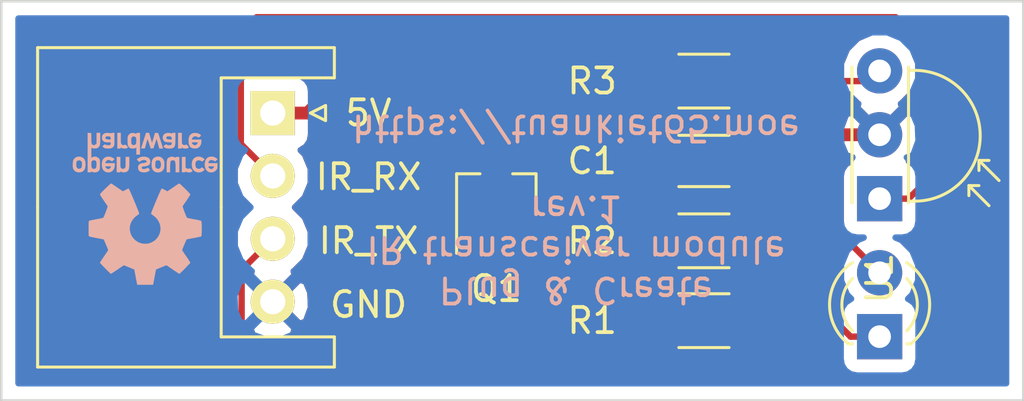
<source format=kicad_pcb>
(kicad_pcb (version 4) (host pcbnew 4.0.7)

  (general
    (links 12)
    (no_connects 0)
    (area 95.317381 97.104999 142.290001 113.080001)
    (thickness 1.6)
    (drawings 9)
    (tracks 43)
    (zones 0)
    (modules 9)
    (nets 9)
  )

  (page A4)
  (layers
    (0 F.Cu signal)
    (31 B.Cu signal)
    (32 B.Adhes user)
    (33 F.Adhes user)
    (34 B.Paste user)
    (35 F.Paste user)
    (36 B.SilkS user)
    (37 F.SilkS user)
    (38 B.Mask user)
    (39 F.Mask user)
    (40 Dwgs.User user)
    (41 Cmts.User user)
    (42 Eco1.User user)
    (43 Eco2.User user)
    (44 Edge.Cuts user)
    (45 Margin user)
    (46 B.CrtYd user)
    (47 F.CrtYd user)
    (48 B.Fab user)
    (49 F.Fab user hide)
  )

  (setup
    (last_trace_width 0.254)
    (user_trace_width 0.508)
    (trace_clearance 0.2)
    (zone_clearance 0.508)
    (zone_45_only no)
    (trace_min 0.2)
    (segment_width 0.2)
    (edge_width 0.1)
    (via_size 0.6)
    (via_drill 0.4)
    (via_min_size 0.4)
    (via_min_drill 0.3)
    (uvia_size 0.3)
    (uvia_drill 0.1)
    (uvias_allowed no)
    (uvia_min_size 0.2)
    (uvia_min_drill 0.1)
    (pcb_text_width 0.3)
    (pcb_text_size 1.5 1.5)
    (mod_edge_width 0.15)
    (mod_text_size 1 1)
    (mod_text_width 0.15)
    (pad_size 1.5 1.5)
    (pad_drill 0.6)
    (pad_to_mask_clearance 0)
    (aux_axis_origin 101.6 113.03)
    (visible_elements 7FFFFFFF)
    (pcbplotparams
      (layerselection 0x010fc_80000001)
      (usegerberextensions true)
      (excludeedgelayer true)
      (linewidth 0.100000)
      (plotframeref false)
      (viasonmask false)
      (mode 1)
      (useauxorigin true)
      (hpglpennumber 1)
      (hpglpenspeed 20)
      (hpglpendiameter 15)
      (hpglpenoverlay 2)
      (psnegative false)
      (psa4output false)
      (plotreference true)
      (plotvalue false)
      (plotinvisibletext false)
      (padsonsilk false)
      (subtractmaskfromsilk true)
      (outputformat 1)
      (mirror false)
      (drillshape 0)
      (scaleselection 1)
      (outputdirectory ../gerber/ir_transceiver/))
  )

  (net 0 "")
  (net 1 +5V)
  (net 2 GND)
  (net 3 "Net-(D1-Pad1)")
  (net 4 "Net-(D1-Pad2)")
  (net 5 /IR_RX)
  (net 6 /IR_TX)
  (net 7 "Net-(Q1-Pad1)")
  (net 8 "Net-(R3-Pad2)")

  (net_class Default "This is the default net class."
    (clearance 0.2)
    (trace_width 0.254)
    (via_dia 0.6)
    (via_drill 0.4)
    (uvia_dia 0.3)
    (uvia_drill 0.1)
    (add_net +5V)
    (add_net /IR_RX)
    (add_net /IR_TX)
    (add_net GND)
    (add_net "Net-(D1-Pad1)")
    (add_net "Net-(D1-Pad2)")
    (add_net "Net-(Q1-Pad1)")
    (add_net "Net-(R3-Pad2)")
  )

  (module Capacitors_SMD:C_1206_HandSoldering (layer F.Cu) (tedit 58AA84D1) (tstamp 59DD7E9B)
    (at 129.54 103.505)
    (descr "Capacitor SMD 1206, hand soldering")
    (tags "capacitor 1206")
    (path /59DC6037)
    (attr smd)
    (fp_text reference C1 (at -4.445 0) (layer F.SilkS)
      (effects (font (size 1 1) (thickness 0.15)))
    )
    (fp_text value 10u (at 0 2) (layer F.Fab)
      (effects (font (size 1 1) (thickness 0.15)))
    )
    (fp_text user %R (at 0 -1.75) (layer F.Fab)
      (effects (font (size 1 1) (thickness 0.15)))
    )
    (fp_line (start -1.6 0.8) (end -1.6 -0.8) (layer F.Fab) (width 0.1))
    (fp_line (start 1.6 0.8) (end -1.6 0.8) (layer F.Fab) (width 0.1))
    (fp_line (start 1.6 -0.8) (end 1.6 0.8) (layer F.Fab) (width 0.1))
    (fp_line (start -1.6 -0.8) (end 1.6 -0.8) (layer F.Fab) (width 0.1))
    (fp_line (start 1 -1.02) (end -1 -1.02) (layer F.SilkS) (width 0.12))
    (fp_line (start -1 1.02) (end 1 1.02) (layer F.SilkS) (width 0.12))
    (fp_line (start -3.25 -1.05) (end 3.25 -1.05) (layer F.CrtYd) (width 0.05))
    (fp_line (start -3.25 -1.05) (end -3.25 1.05) (layer F.CrtYd) (width 0.05))
    (fp_line (start 3.25 1.05) (end 3.25 -1.05) (layer F.CrtYd) (width 0.05))
    (fp_line (start 3.25 1.05) (end -3.25 1.05) (layer F.CrtYd) (width 0.05))
    (pad 1 smd rect (at -2 0) (size 2 1.6) (layers F.Cu F.Paste F.Mask)
      (net 1 +5V))
    (pad 2 smd rect (at 2 0) (size 2 1.6) (layers F.Cu F.Paste F.Mask)
      (net 2 GND))
    (model Capacitors_SMD.3dshapes/C_1206.wrl
      (at (xyz 0 0 0))
      (scale (xyz 1 1 1))
      (rotate (xyz 0 0 0))
    )
  )

  (module LEDs:LED_D3.0mm (layer F.Cu) (tedit 59DD7F00) (tstamp 59DD7EA1)
    (at 136.525 110.49 90)
    (descr "LED, diameter 3.0mm, 2 pins")
    (tags "LED diameter 3.0mm 2 pins")
    (path /59DC5F26)
    (fp_text reference D1 (at 1.27 -2.96 90) (layer F.SilkS) hide
      (effects (font (size 1 1) (thickness 0.15)))
    )
    (fp_text value IR204A (at 1.27 2.96 90) (layer F.Fab)
      (effects (font (size 1 1) (thickness 0.15)))
    )
    (fp_arc (start 1.27 0) (end -0.23 -1.16619) (angle 284.3) (layer F.Fab) (width 0.1))
    (fp_arc (start 1.27 0) (end -0.29 -1.235516) (angle 108.8) (layer F.SilkS) (width 0.12))
    (fp_arc (start 1.27 0) (end -0.29 1.235516) (angle -108.8) (layer F.SilkS) (width 0.12))
    (fp_arc (start 1.27 0) (end 0.229039 -1.08) (angle 87.9) (layer F.SilkS) (width 0.12))
    (fp_arc (start 1.27 0) (end 0.229039 1.08) (angle -87.9) (layer F.SilkS) (width 0.12))
    (fp_circle (center 1.27 0) (end 2.77 0) (layer F.Fab) (width 0.1))
    (fp_line (start -0.23 -1.16619) (end -0.23 1.16619) (layer F.Fab) (width 0.1))
    (fp_line (start -0.29 -1.236) (end -0.29 -1.08) (layer F.SilkS) (width 0.12))
    (fp_line (start -0.29 1.08) (end -0.29 1.236) (layer F.SilkS) (width 0.12))
    (fp_line (start -1.15 -2.25) (end -1.15 2.25) (layer F.CrtYd) (width 0.05))
    (fp_line (start -1.15 2.25) (end 3.7 2.25) (layer F.CrtYd) (width 0.05))
    (fp_line (start 3.7 2.25) (end 3.7 -2.25) (layer F.CrtYd) (width 0.05))
    (fp_line (start 3.7 -2.25) (end -1.15 -2.25) (layer F.CrtYd) (width 0.05))
    (pad 1 thru_hole rect (at 0 0 90) (size 1.8 1.8) (drill 0.9) (layers *.Cu *.Mask)
      (net 3 "Net-(D1-Pad1)"))
    (pad 2 thru_hole circle (at 2.54 0 90) (size 1.8 1.8) (drill 0.9) (layers *.Cu *.Mask)
      (net 4 "Net-(D1-Pad2)"))
    (model ${KISYS3DMOD}/LEDs.3dshapes/LED_D3.0mm.wrl
      (at (xyz 0 0 0))
      (scale (xyz 0.393701 0.393701 0.393701))
      (rotate (xyz 0 0 0))
    )
  )

  (module Connectors_JST:JST_XH_S04B-XH-A_04x2.50mm_Angled (layer F.Cu) (tedit 59DD804E) (tstamp 59DD7EA9)
    (at 112.395 101.6 270)
    (descr "JST XH series connector, S04B-XH-A, side entry type, through hole")
    (tags "connector jst xh tht side horizontal angled 2.50mm")
    (path /59DC5CB6)
    (fp_text reference J1 (at 3.75 -3.5 270) (layer F.SilkS) hide
      (effects (font (size 1 1) (thickness 0.15)))
    )
    (fp_text value Conn_01x04 (at 3.75 10.3 270) (layer F.Fab)
      (effects (font (size 1 1) (thickness 0.15)))
    )
    (fp_line (start -2.45 -2.3) (end -2.45 9.2) (layer F.Fab) (width 0.1))
    (fp_line (start -2.45 9.2) (end 9.95 9.2) (layer F.Fab) (width 0.1))
    (fp_line (start 9.95 9.2) (end 9.95 -2.3) (layer F.Fab) (width 0.1))
    (fp_line (start 9.95 -2.3) (end -2.45 -2.3) (layer F.Fab) (width 0.1))
    (fp_line (start -2.95 -2.8) (end -2.95 9.7) (layer F.CrtYd) (width 0.05))
    (fp_line (start -2.95 9.7) (end 10.45 9.7) (layer F.CrtYd) (width 0.05))
    (fp_line (start 10.45 9.7) (end 10.45 -2.8) (layer F.CrtYd) (width 0.05))
    (fp_line (start 10.45 -2.8) (end -2.95 -2.8) (layer F.CrtYd) (width 0.05))
    (fp_line (start 3.75 9.35) (end -2.6 9.35) (layer F.SilkS) (width 0.12))
    (fp_line (start -2.6 9.35) (end -2.6 -2.45) (layer F.SilkS) (width 0.12))
    (fp_line (start -2.6 -2.45) (end -1.4 -2.45) (layer F.SilkS) (width 0.12))
    (fp_line (start -1.4 -2.45) (end -1.4 2.05) (layer F.SilkS) (width 0.12))
    (fp_line (start -1.4 2.05) (end 3.75 2.05) (layer F.SilkS) (width 0.12))
    (fp_line (start 3.75 9.35) (end 10.1 9.35) (layer F.SilkS) (width 0.12))
    (fp_line (start 10.1 9.35) (end 10.1 -2.45) (layer F.SilkS) (width 0.12))
    (fp_line (start 10.1 -2.45) (end 8.9 -2.45) (layer F.SilkS) (width 0.12))
    (fp_line (start 8.9 -2.45) (end 8.9 2.05) (layer F.SilkS) (width 0.12))
    (fp_line (start 8.9 2.05) (end 3.75 2.05) (layer F.SilkS) (width 0.12))
    (fp_line (start -0.25 3.45) (end -0.25 8.7) (layer F.Fab) (width 0.1))
    (fp_line (start -0.25 8.7) (end 0.25 8.7) (layer F.Fab) (width 0.1))
    (fp_line (start 0.25 8.7) (end 0.25 3.45) (layer F.Fab) (width 0.1))
    (fp_line (start 0.25 3.45) (end -0.25 3.45) (layer F.Fab) (width 0.1))
    (fp_line (start 2.25 3.45) (end 2.25 8.7) (layer F.Fab) (width 0.1))
    (fp_line (start 2.25 8.7) (end 2.75 8.7) (layer F.Fab) (width 0.1))
    (fp_line (start 2.75 8.7) (end 2.75 3.45) (layer F.Fab) (width 0.1))
    (fp_line (start 2.75 3.45) (end 2.25 3.45) (layer F.Fab) (width 0.1))
    (fp_line (start 4.75 3.45) (end 4.75 8.7) (layer F.Fab) (width 0.1))
    (fp_line (start 4.75 8.7) (end 5.25 8.7) (layer F.Fab) (width 0.1))
    (fp_line (start 5.25 8.7) (end 5.25 3.45) (layer F.Fab) (width 0.1))
    (fp_line (start 5.25 3.45) (end 4.75 3.45) (layer F.Fab) (width 0.1))
    (fp_line (start 7.25 3.45) (end 7.25 8.7) (layer F.Fab) (width 0.1))
    (fp_line (start 7.25 8.7) (end 7.75 8.7) (layer F.Fab) (width 0.1))
    (fp_line (start 7.75 8.7) (end 7.75 3.45) (layer F.Fab) (width 0.1))
    (fp_line (start 7.75 3.45) (end 7.25 3.45) (layer F.Fab) (width 0.1))
    (fp_line (start 0 -1.5) (end -0.3 -2.1) (layer F.SilkS) (width 0.12))
    (fp_line (start -0.3 -2.1) (end 0.3 -2.1) (layer F.SilkS) (width 0.12))
    (fp_line (start 0.3 -2.1) (end 0 -1.5) (layer F.SilkS) (width 0.12))
    (fp_line (start 0 -1.5) (end -0.3 -2.1) (layer F.Fab) (width 0.1))
    (fp_line (start -0.3 -2.1) (end 0.3 -2.1) (layer F.Fab) (width 0.1))
    (fp_line (start 0.3 -2.1) (end 0 -1.5) (layer F.Fab) (width 0.1))
    (fp_text user %R (at 3.75 2.25 270) (layer F.Fab)
      (effects (font (size 1 1) (thickness 0.15)))
    )
    (pad 1 thru_hole rect (at 0 0 270) (size 1.75 1.75) (drill 1) (layers *.Cu *.Mask F.SilkS)
      (net 1 +5V))
    (pad 2 thru_hole circle (at 2.5 0 270) (size 1.75 1.75) (drill 1) (layers *.Cu *.Mask F.SilkS)
      (net 5 /IR_RX))
    (pad 3 thru_hole circle (at 5 0 270) (size 1.75 1.75) (drill 1) (layers *.Cu *.Mask F.SilkS)
      (net 6 /IR_TX))
    (pad 4 thru_hole circle (at 7.5 0 270) (size 1.75 1.75) (drill 1) (layers *.Cu *.Mask F.SilkS)
      (net 2 GND))
    (model Connectors_JST.3dshapes/JST_XH_S04B-XH-A_04x2.50mm_Angled.wrl
      (at (xyz 0 0 0))
      (scale (xyz 1 1 1))
      (rotate (xyz 0 0 0))
    )
  )

  (module TO_SOT_Packages_SMD:SOT-23_Handsoldering (layer F.Cu) (tedit 58CE4E7E) (tstamp 59DD7EB0)
    (at 121.285 104.775 90)
    (descr "SOT-23, Handsoldering")
    (tags SOT-23)
    (path /59DC5C3F)
    (attr smd)
    (fp_text reference Q1 (at -3.81 0 180) (layer F.SilkS)
      (effects (font (size 1 1) (thickness 0.15)))
    )
    (fp_text value BC817 (at 0 2.5 90) (layer F.Fab)
      (effects (font (size 1 1) (thickness 0.15)))
    )
    (fp_text user %R (at 0 0 180) (layer F.Fab)
      (effects (font (size 0.5 0.5) (thickness 0.075)))
    )
    (fp_line (start 0.76 1.58) (end 0.76 0.65) (layer F.SilkS) (width 0.12))
    (fp_line (start 0.76 -1.58) (end 0.76 -0.65) (layer F.SilkS) (width 0.12))
    (fp_line (start -2.7 -1.75) (end 2.7 -1.75) (layer F.CrtYd) (width 0.05))
    (fp_line (start 2.7 -1.75) (end 2.7 1.75) (layer F.CrtYd) (width 0.05))
    (fp_line (start 2.7 1.75) (end -2.7 1.75) (layer F.CrtYd) (width 0.05))
    (fp_line (start -2.7 1.75) (end -2.7 -1.75) (layer F.CrtYd) (width 0.05))
    (fp_line (start 0.76 -1.58) (end -2.4 -1.58) (layer F.SilkS) (width 0.12))
    (fp_line (start -0.7 -0.95) (end -0.7 1.5) (layer F.Fab) (width 0.1))
    (fp_line (start -0.15 -1.52) (end 0.7 -1.52) (layer F.Fab) (width 0.1))
    (fp_line (start -0.7 -0.95) (end -0.15 -1.52) (layer F.Fab) (width 0.1))
    (fp_line (start 0.7 -1.52) (end 0.7 1.52) (layer F.Fab) (width 0.1))
    (fp_line (start -0.7 1.52) (end 0.7 1.52) (layer F.Fab) (width 0.1))
    (fp_line (start 0.76 1.58) (end -0.7 1.58) (layer F.SilkS) (width 0.12))
    (pad 1 smd rect (at -1.5 -0.95 90) (size 1.9 0.8) (layers F.Cu F.Paste F.Mask)
      (net 7 "Net-(Q1-Pad1)"))
    (pad 2 smd rect (at -1.5 0.95 90) (size 1.9 0.8) (layers F.Cu F.Paste F.Mask)
      (net 2 GND))
    (pad 3 smd rect (at 1.5 0 90) (size 1.9 0.8) (layers F.Cu F.Paste F.Mask)
      (net 3 "Net-(D1-Pad1)"))
    (model ${KISYS3DMOD}/TO_SOT_Packages_SMD.3dshapes\SOT-23.wrl
      (at (xyz 0 0 0))
      (scale (xyz 1 1 1))
      (rotate (xyz 0 0 0))
    )
  )

  (module Resistors_SMD:R_1206_HandSoldering (layer F.Cu) (tedit 58E0A804) (tstamp 59DD7EB6)
    (at 129.54 109.855)
    (descr "Resistor SMD 1206, hand soldering")
    (tags "resistor 1206")
    (path /59DC6002)
    (attr smd)
    (fp_text reference R1 (at -4.445 0) (layer F.SilkS)
      (effects (font (size 1 1) (thickness 0.15)))
    )
    (fp_text value 2.2k (at 0 1.9) (layer F.Fab)
      (effects (font (size 1 1) (thickness 0.15)))
    )
    (fp_text user %R (at 0 0) (layer F.Fab)
      (effects (font (size 0.7 0.7) (thickness 0.105)))
    )
    (fp_line (start -1.6 0.8) (end -1.6 -0.8) (layer F.Fab) (width 0.1))
    (fp_line (start 1.6 0.8) (end -1.6 0.8) (layer F.Fab) (width 0.1))
    (fp_line (start 1.6 -0.8) (end 1.6 0.8) (layer F.Fab) (width 0.1))
    (fp_line (start -1.6 -0.8) (end 1.6 -0.8) (layer F.Fab) (width 0.1))
    (fp_line (start 1 1.07) (end -1 1.07) (layer F.SilkS) (width 0.12))
    (fp_line (start -1 -1.07) (end 1 -1.07) (layer F.SilkS) (width 0.12))
    (fp_line (start -3.25 -1.11) (end 3.25 -1.11) (layer F.CrtYd) (width 0.05))
    (fp_line (start -3.25 -1.11) (end -3.25 1.1) (layer F.CrtYd) (width 0.05))
    (fp_line (start 3.25 1.1) (end 3.25 -1.11) (layer F.CrtYd) (width 0.05))
    (fp_line (start 3.25 1.1) (end -3.25 1.1) (layer F.CrtYd) (width 0.05))
    (pad 1 smd rect (at -2 0) (size 2 1.7) (layers F.Cu F.Paste F.Mask)
      (net 7 "Net-(Q1-Pad1)"))
    (pad 2 smd rect (at 2 0) (size 2 1.7) (layers F.Cu F.Paste F.Mask)
      (net 6 /IR_TX))
    (model ${KISYS3DMOD}/Resistors_SMD.3dshapes/R_1206.wrl
      (at (xyz 0 0 0))
      (scale (xyz 1 1 1))
      (rotate (xyz 0 0 0))
    )
  )

  (module Resistors_SMD:R_1206_HandSoldering (layer F.Cu) (tedit 58E0A804) (tstamp 59DD7EBC)
    (at 129.54 106.68)
    (descr "Resistor SMD 1206, hand soldering")
    (tags "resistor 1206")
    (path /59DC5FA9)
    (attr smd)
    (fp_text reference R2 (at -4.445 0) (layer F.SilkS)
      (effects (font (size 1 1) (thickness 0.15)))
    )
    (fp_text value 220 (at 0 1.9) (layer F.Fab)
      (effects (font (size 1 1) (thickness 0.15)))
    )
    (fp_text user %R (at 0 0) (layer F.Fab)
      (effects (font (size 0.7 0.7) (thickness 0.105)))
    )
    (fp_line (start -1.6 0.8) (end -1.6 -0.8) (layer F.Fab) (width 0.1))
    (fp_line (start 1.6 0.8) (end -1.6 0.8) (layer F.Fab) (width 0.1))
    (fp_line (start 1.6 -0.8) (end 1.6 0.8) (layer F.Fab) (width 0.1))
    (fp_line (start -1.6 -0.8) (end 1.6 -0.8) (layer F.Fab) (width 0.1))
    (fp_line (start 1 1.07) (end -1 1.07) (layer F.SilkS) (width 0.12))
    (fp_line (start -1 -1.07) (end 1 -1.07) (layer F.SilkS) (width 0.12))
    (fp_line (start -3.25 -1.11) (end 3.25 -1.11) (layer F.CrtYd) (width 0.05))
    (fp_line (start -3.25 -1.11) (end -3.25 1.1) (layer F.CrtYd) (width 0.05))
    (fp_line (start 3.25 1.1) (end 3.25 -1.11) (layer F.CrtYd) (width 0.05))
    (fp_line (start 3.25 1.1) (end -3.25 1.1) (layer F.CrtYd) (width 0.05))
    (pad 1 smd rect (at -2 0) (size 2 1.7) (layers F.Cu F.Paste F.Mask)
      (net 1 +5V))
    (pad 2 smd rect (at 2 0) (size 2 1.7) (layers F.Cu F.Paste F.Mask)
      (net 4 "Net-(D1-Pad2)"))
    (model ${KISYS3DMOD}/Resistors_SMD.3dshapes/R_1206.wrl
      (at (xyz 0 0 0))
      (scale (xyz 1 1 1))
      (rotate (xyz 0 0 0))
    )
  )

  (module Resistors_SMD:R_1206_HandSoldering (layer F.Cu) (tedit 58E0A804) (tstamp 59DD7EC2)
    (at 129.54 100.33)
    (descr "Resistor SMD 1206, hand soldering")
    (tags "resistor 1206")
    (path /59DD8C88)
    (attr smd)
    (fp_text reference R3 (at -4.445 0) (layer F.SilkS)
      (effects (font (size 1 1) (thickness 0.15)))
    )
    (fp_text value 100 (at 0 1.9) (layer F.Fab)
      (effects (font (size 1 1) (thickness 0.15)))
    )
    (fp_text user %R (at 0 0) (layer F.Fab)
      (effects (font (size 0.7 0.7) (thickness 0.105)))
    )
    (fp_line (start -1.6 0.8) (end -1.6 -0.8) (layer F.Fab) (width 0.1))
    (fp_line (start 1.6 0.8) (end -1.6 0.8) (layer F.Fab) (width 0.1))
    (fp_line (start 1.6 -0.8) (end 1.6 0.8) (layer F.Fab) (width 0.1))
    (fp_line (start -1.6 -0.8) (end 1.6 -0.8) (layer F.Fab) (width 0.1))
    (fp_line (start 1 1.07) (end -1 1.07) (layer F.SilkS) (width 0.12))
    (fp_line (start -1 -1.07) (end 1 -1.07) (layer F.SilkS) (width 0.12))
    (fp_line (start -3.25 -1.11) (end 3.25 -1.11) (layer F.CrtYd) (width 0.05))
    (fp_line (start -3.25 -1.11) (end -3.25 1.1) (layer F.CrtYd) (width 0.05))
    (fp_line (start 3.25 1.1) (end 3.25 -1.11) (layer F.CrtYd) (width 0.05))
    (fp_line (start 3.25 1.1) (end -3.25 1.1) (layer F.CrtYd) (width 0.05))
    (pad 1 smd rect (at -2 0) (size 2 1.7) (layers F.Cu F.Paste F.Mask)
      (net 1 +5V))
    (pad 2 smd rect (at 2 0) (size 2 1.7) (layers F.Cu F.Paste F.Mask)
      (net 8 "Net-(R3-Pad2)"))
    (model ${KISYS3DMOD}/Resistors_SMD.3dshapes/R_1206.wrl
      (at (xyz 0 0 0))
      (scale (xyz 1 1 1))
      (rotate (xyz 0 0 0))
    )
  )

  (module Opto-Devices:IRReceiver_Vishay_MINIMOLD-3pin (layer F.Cu) (tedit 588BD6F9) (tstamp 59DD7EC9)
    (at 136.525 105.0036 90)
    (descr "IR Receiver Vishay TSOP-xxxx, MINIMOLD package")
    (tags "IR Receiver Vishay TSOP-xxxx MINIMOLD")
    (path /59DC5E9F)
    (fp_text reference U1 (at -3.16 0 270) (layer F.SilkS)
      (effects (font (size 1 1) (thickness 0.15)))
    )
    (fp_text value TSOP331xx (at 2.54 -2.15 270) (layer F.Fab)
      (effects (font (size 1 1) (thickness 0.15)))
    )
    (fp_line (start 5 1.1) (end 0 1.1) (layer F.Fab) (width 0.1))
    (fp_line (start 0 1.4) (end 0 1.15) (layer F.Fab) (width 0.1))
    (fp_line (start 0 1.15) (end 0 1.1) (layer F.Fab) (width 0.1))
    (fp_line (start 0 1.1) (end -0.2 1.1) (layer F.Fab) (width 0.1))
    (fp_line (start -0.2 1.1) (end -0.2 -1.05) (layer F.Fab) (width 0.1))
    (fp_line (start -0.2 -1.05) (end 5.25 -1.05) (layer F.Fab) (width 0.1))
    (fp_line (start 5.25 -1.05) (end 5.3 -1.05) (layer F.Fab) (width 0.1))
    (fp_line (start 5.3 -1.05) (end 5.3 1.1) (layer F.Fab) (width 0.1))
    (fp_line (start 5.3 1.1) (end 5 1.1) (layer F.Fab) (width 0.1))
    (fp_line (start 5 1.1) (end 5 1.4) (layer F.Fab) (width 0.1))
    (fp_line (start 5.1 1.4) (end 5.1 1.2) (layer F.SilkS) (width 0.12))
    (fp_line (start -0.1 1.4) (end -0.1 1.2) (layer F.SilkS) (width 0.12))
    (fp_line (start 5.24 1.15) (end -0.16 1.15) (layer F.SilkS) (width 0.12))
    (fp_line (start 5.24 -1.1) (end -0.16 -1.1) (layer F.SilkS) (width 0.12))
    (fp_line (start 0.52 3.55) (end 0.12 3.55) (layer F.SilkS) (width 0.12))
    (fp_line (start 0.52 3.55) (end 0.52 3.95) (layer F.SilkS) (width 0.12))
    (fp_line (start 0.52 3.55) (end -0.28 4.35) (layer F.SilkS) (width 0.12))
    (fp_line (start 1.52 3.95) (end 0.72 4.75) (layer F.SilkS) (width 0.12))
    (fp_line (start 1.52 3.95) (end 1.52 4.35) (layer F.SilkS) (width 0.12))
    (fp_line (start 1.52 3.95) (end 1.12 3.95) (layer F.SilkS) (width 0.12))
    (fp_line (start 6.23 4.15) (end -1.15 4.15) (layer F.CrtYd) (width 0.05))
    (fp_line (start 6.23 4.15) (end 6.23 -1.3) (layer F.CrtYd) (width 0.05))
    (fp_line (start -1.15 -1.3) (end -1.15 4.15) (layer F.CrtYd) (width 0.05))
    (fp_line (start -1.15 -1.3) (end 6.23 -1.3) (layer F.CrtYd) (width 0.05))
    (fp_arc (start 2.5 1.4) (end 5.1 1.4) (angle 180) (layer F.SilkS) (width 0.12))
    (fp_arc (start 2.5 1.4) (end 5 1.4) (angle 180) (layer F.Fab) (width 0.1))
    (pad 1 thru_hole rect (at 0 0 90) (size 1.8 1.8) (drill 0.9) (layers *.Cu *.Mask)
      (net 5 /IR_RX))
    (pad 2 thru_hole circle (at 2.54 0 90) (size 1.8 1.8) (drill 0.9) (layers *.Cu *.Mask)
      (net 2 GND))
    (pad 3 thru_hole circle (at 5.08 0 90) (size 1.8 1.8) (drill 0.9) (layers *.Cu *.Mask)
      (net 8 "Net-(R3-Pad2)"))
  )

  (module Symbols:OSHW-Logo_5.7x6mm_SilkScreen locked (layer B.Cu) (tedit 0) (tstamp 59DD81B5)
    (at 107.315 105.41)
    (descr "Open Source Hardware Logo")
    (tags "Logo OSHW")
    (attr virtual)
    (fp_text reference REF*** (at 0 0) (layer B.SilkS) hide
      (effects (font (size 1 1) (thickness 0.15)) (justify mirror))
    )
    (fp_text value OSHW-Logo_5.7x6mm_SilkScreen (at 0.75 0) (layer B.Fab) hide
      (effects (font (size 1 1) (thickness 0.15)) (justify mirror))
    )
    (fp_poly (pts (xy -1.908759 -1.469184) (xy -1.882247 -1.482282) (xy -1.849553 -1.505106) (xy -1.825725 -1.529996)
      (xy -1.809406 -1.561249) (xy -1.79924 -1.603166) (xy -1.793872 -1.660044) (xy -1.791944 -1.736184)
      (xy -1.791831 -1.768917) (xy -1.792161 -1.840656) (xy -1.793527 -1.891927) (xy -1.7965 -1.927404)
      (xy -1.801649 -1.951763) (xy -1.809543 -1.96968) (xy -1.817757 -1.981902) (xy -1.870187 -2.033905)
      (xy -1.93193 -2.065184) (xy -1.998536 -2.074592) (xy -2.065558 -2.06098) (xy -2.086792 -2.051354)
      (xy -2.137624 -2.024859) (xy -2.137624 -2.440052) (xy -2.100525 -2.420868) (xy -2.051643 -2.406025)
      (xy -1.991561 -2.402222) (xy -1.931564 -2.409243) (xy -1.886256 -2.425013) (xy -1.848675 -2.455047)
      (xy -1.816564 -2.498024) (xy -1.81415 -2.502436) (xy -1.803967 -2.523221) (xy -1.79653 -2.54417)
      (xy -1.791411 -2.569548) (xy -1.788181 -2.603618) (xy -1.786413 -2.650641) (xy -1.785677 -2.714882)
      (xy -1.785544 -2.787176) (xy -1.785544 -3.017822) (xy -1.923861 -3.017822) (xy -1.923861 -2.592533)
      (xy -1.962549 -2.559979) (xy -2.002738 -2.53394) (xy -2.040797 -2.529205) (xy -2.079066 -2.541389)
      (xy -2.099462 -2.55332) (xy -2.114642 -2.570313) (xy -2.125438 -2.595995) (xy -2.132683 -2.633991)
      (xy -2.137208 -2.687926) (xy -2.139844 -2.761425) (xy -2.140772 -2.810347) (xy -2.143911 -3.011535)
      (xy -2.209926 -3.015336) (xy -2.27594 -3.019136) (xy -2.27594 -1.77065) (xy -2.137624 -1.77065)
      (xy -2.134097 -1.840254) (xy -2.122215 -1.888569) (xy -2.10002 -1.918631) (xy -2.065559 -1.933471)
      (xy -2.030742 -1.936436) (xy -1.991329 -1.933028) (xy -1.965171 -1.919617) (xy -1.948814 -1.901896)
      (xy -1.935937 -1.882835) (xy -1.928272 -1.861601) (xy -1.924861 -1.831849) (xy -1.924749 -1.787236)
      (xy -1.925897 -1.74988) (xy -1.928532 -1.693604) (xy -1.932456 -1.656658) (xy -1.939063 -1.633223)
      (xy -1.949749 -1.61748) (xy -1.959833 -1.60838) (xy -2.00197 -1.588537) (xy -2.05184 -1.585332)
      (xy -2.080476 -1.592168) (xy -2.108828 -1.616464) (xy -2.127609 -1.663728) (xy -2.136712 -1.733624)
      (xy -2.137624 -1.77065) (xy -2.27594 -1.77065) (xy -2.27594 -1.458614) (xy -2.206782 -1.458614)
      (xy -2.16526 -1.460256) (xy -2.143838 -1.466087) (xy -2.137626 -1.477461) (xy -2.137624 -1.477798)
      (xy -2.134742 -1.488938) (xy -2.12203 -1.487673) (xy -2.096757 -1.475433) (xy -2.037869 -1.456707)
      (xy -1.971615 -1.454739) (xy -1.908759 -1.469184)) (layer B.SilkS) (width 0.01))
    (fp_poly (pts (xy -1.38421 -2.406555) (xy -1.325055 -2.422339) (xy -1.280023 -2.450948) (xy -1.248246 -2.488419)
      (xy -1.238366 -2.504411) (xy -1.231073 -2.521163) (xy -1.225974 -2.542592) (xy -1.222679 -2.572616)
      (xy -1.220797 -2.615154) (xy -1.219937 -2.674122) (xy -1.219707 -2.75344) (xy -1.219703 -2.774484)
      (xy -1.219703 -3.017822) (xy -1.280059 -3.017822) (xy -1.318557 -3.015126) (xy -1.347023 -3.008295)
      (xy -1.354155 -3.004083) (xy -1.373652 -2.996813) (xy -1.393566 -3.004083) (xy -1.426353 -3.01316)
      (xy -1.473978 -3.016813) (xy -1.526764 -3.015228) (xy -1.575036 -3.008589) (xy -1.603218 -3.000072)
      (xy -1.657753 -2.965063) (xy -1.691835 -2.916479) (xy -1.707157 -2.851882) (xy -1.707299 -2.850223)
      (xy -1.705955 -2.821566) (xy -1.584356 -2.821566) (xy -1.573726 -2.854161) (xy -1.55641 -2.872505)
      (xy -1.521652 -2.886379) (xy -1.475773 -2.891917) (xy -1.428988 -2.889191) (xy -1.391514 -2.878274)
      (xy -1.381015 -2.871269) (xy -1.362668 -2.838904) (xy -1.35802 -2.802111) (xy -1.35802 -2.753763)
      (xy -1.427582 -2.753763) (xy -1.493667 -2.75885) (xy -1.543764 -2.773263) (xy -1.574929 -2.795729)
      (xy -1.584356 -2.821566) (xy -1.705955 -2.821566) (xy -1.703987 -2.779647) (xy -1.68071 -2.723845)
      (xy -1.636948 -2.681647) (xy -1.630899 -2.677808) (xy -1.604907 -2.665309) (xy -1.572735 -2.65774)
      (xy -1.52776 -2.654061) (xy -1.474331 -2.653216) (xy -1.35802 -2.653169) (xy -1.35802 -2.604411)
      (xy -1.362953 -2.566581) (xy -1.375543 -2.541236) (xy -1.377017 -2.539887) (xy -1.405034 -2.5288)
      (xy -1.447326 -2.524503) (xy -1.494064 -2.526615) (xy -1.535418 -2.534756) (xy -1.559957 -2.546965)
      (xy -1.573253 -2.556746) (xy -1.587294 -2.558613) (xy -1.606671 -2.5506) (xy -1.635976 -2.530739)
      (xy -1.679803 -2.497063) (xy -1.683825 -2.493909) (xy -1.681764 -2.482236) (xy -1.664568 -2.462822)
      (xy -1.638433 -2.441248) (xy -1.609552 -2.423096) (xy -1.600478 -2.418809) (xy -1.56738 -2.410256)
      (xy -1.51888 -2.404155) (xy -1.464695 -2.401708) (xy -1.462161 -2.401703) (xy -1.38421 -2.406555)) (layer B.SilkS) (width 0.01))
    (fp_poly (pts (xy -0.993356 -2.40302) (xy -0.974539 -2.40866) (xy -0.968473 -2.421053) (xy -0.968218 -2.426647)
      (xy -0.967129 -2.44223) (xy -0.959632 -2.444676) (xy -0.939381 -2.433993) (xy -0.927351 -2.426694)
      (xy -0.8894 -2.411063) (xy -0.844072 -2.403334) (xy -0.796544 -2.40274) (xy -0.751995 -2.408513)
      (xy -0.715602 -2.419884) (xy -0.692543 -2.436088) (xy -0.687996 -2.456355) (xy -0.690291 -2.461843)
      (xy -0.70702 -2.484626) (xy -0.732963 -2.512647) (xy -0.737655 -2.517177) (xy -0.762383 -2.538005)
      (xy -0.783718 -2.544735) (xy -0.813555 -2.540038) (xy -0.825508 -2.536917) (xy -0.862705 -2.529421)
      (xy -0.888859 -2.532792) (xy -0.910946 -2.544681) (xy -0.931178 -2.560635) (xy -0.946079 -2.5807)
      (xy -0.956434 -2.608702) (xy -0.963029 -2.648467) (xy -0.966649 -2.703823) (xy -0.968078 -2.778594)
      (xy -0.968218 -2.82374) (xy -0.968218 -3.017822) (xy -1.09396 -3.017822) (xy -1.09396 -2.401683)
      (xy -1.031089 -2.401683) (xy -0.993356 -2.40302)) (layer B.SilkS) (width 0.01))
    (fp_poly (pts (xy -0.201188 -3.017822) (xy -0.270346 -3.017822) (xy -0.310488 -3.016645) (xy -0.331394 -3.011772)
      (xy -0.338922 -3.001186) (xy -0.339505 -2.994029) (xy -0.340774 -2.979676) (xy -0.348779 -2.976923)
      (xy -0.369815 -2.985771) (xy -0.386173 -2.994029) (xy -0.448977 -3.013597) (xy -0.517248 -3.014729)
      (xy -0.572752 -3.000135) (xy -0.624438 -2.964877) (xy -0.663838 -2.912835) (xy -0.685413 -2.85145)
      (xy -0.685962 -2.848018) (xy -0.689167 -2.810571) (xy -0.690761 -2.756813) (xy -0.690633 -2.716155)
      (xy -0.553279 -2.716155) (xy -0.550097 -2.770194) (xy -0.542859 -2.814735) (xy -0.53306 -2.839888)
      (xy -0.495989 -2.87426) (xy -0.451974 -2.886582) (xy -0.406584 -2.876618) (xy -0.367797 -2.846895)
      (xy -0.353108 -2.826905) (xy -0.344519 -2.80305) (xy -0.340496 -2.76823) (xy -0.339505 -2.71593)
      (xy -0.341278 -2.664139) (xy -0.345963 -2.618634) (xy -0.352603 -2.588181) (xy -0.35371 -2.585452)
      (xy -0.380491 -2.553) (xy -0.419579 -2.535183) (xy -0.463315 -2.532306) (xy -0.504038 -2.544674)
      (xy -0.534087 -2.572593) (xy -0.537204 -2.578148) (xy -0.546961 -2.612022) (xy -0.552277 -2.660728)
      (xy -0.553279 -2.716155) (xy -0.690633 -2.716155) (xy -0.690568 -2.69554) (xy -0.689664 -2.662563)
      (xy -0.683514 -2.580981) (xy -0.670733 -2.51973) (xy -0.649471 -2.474449) (xy -0.617878 -2.440779)
      (xy -0.587207 -2.421014) (xy -0.544354 -2.40712) (xy -0.491056 -2.402354) (xy -0.43648 -2.406236)
      (xy -0.389792 -2.418282) (xy -0.365124 -2.432693) (xy -0.339505 -2.455878) (xy -0.339505 -2.162773)
      (xy -0.201188 -2.162773) (xy -0.201188 -3.017822)) (layer B.SilkS) (width 0.01))
    (fp_poly (pts (xy 0.281524 -2.404237) (xy 0.331255 -2.407971) (xy 0.461291 -2.797773) (xy 0.481678 -2.728614)
      (xy 0.493946 -2.685874) (xy 0.510085 -2.628115) (xy 0.527512 -2.564625) (xy 0.536726 -2.53057)
      (xy 0.571388 -2.401683) (xy 0.714391 -2.401683) (xy 0.671646 -2.536857) (xy 0.650596 -2.603342)
      (xy 0.625167 -2.683539) (xy 0.59861 -2.767193) (xy 0.574902 -2.841782) (xy 0.520902 -3.011535)
      (xy 0.462598 -3.015328) (xy 0.404295 -3.019122) (xy 0.372679 -2.914734) (xy 0.353182 -2.849889)
      (xy 0.331904 -2.7784) (xy 0.313308 -2.715263) (xy 0.312574 -2.71275) (xy 0.298684 -2.669969)
      (xy 0.286429 -2.640779) (xy 0.277846 -2.629741) (xy 0.276082 -2.631018) (xy 0.269891 -2.64813)
      (xy 0.258128 -2.684787) (xy 0.242225 -2.736378) (xy 0.223614 -2.798294) (xy 0.213543 -2.832352)
      (xy 0.159007 -3.017822) (xy 0.043264 -3.017822) (xy -0.049263 -2.725471) (xy -0.075256 -2.643462)
      (xy -0.098934 -2.568987) (xy -0.11918 -2.505544) (xy -0.134874 -2.456632) (xy -0.144898 -2.425749)
      (xy -0.147945 -2.416726) (xy -0.145533 -2.407487) (xy -0.126592 -2.403441) (xy -0.087177 -2.403846)
      (xy -0.081007 -2.404152) (xy -0.007914 -2.407971) (xy 0.039957 -2.58401) (xy 0.057553 -2.648211)
      (xy 0.073277 -2.704649) (xy 0.085746 -2.748422) (xy 0.093574 -2.77463) (xy 0.09502 -2.778903)
      (xy 0.101014 -2.77399) (xy 0.113101 -2.748532) (xy 0.129893 -2.705997) (xy 0.150003 -2.64985)
      (xy 0.167003 -2.59913) (xy 0.231794 -2.400504) (xy 0.281524 -2.404237)) (layer B.SilkS) (width 0.01))
    (fp_poly (pts (xy 1.038411 -2.405417) (xy 1.091411 -2.41829) (xy 1.106731 -2.42511) (xy 1.136428 -2.442974)
      (xy 1.15922 -2.463093) (xy 1.176083 -2.488962) (xy 1.187998 -2.524073) (xy 1.195942 -2.57192)
      (xy 1.200894 -2.635996) (xy 1.203831 -2.719794) (xy 1.204947 -2.775768) (xy 1.209052 -3.017822)
      (xy 1.138932 -3.017822) (xy 1.096393 -3.016038) (xy 1.074476 -3.009942) (xy 1.068812 -2.999706)
      (xy 1.065821 -2.988637) (xy 1.052451 -2.990754) (xy 1.034233 -2.999629) (xy 0.988624 -3.013233)
      (xy 0.930007 -3.016899) (xy 0.868354 -3.010903) (xy 0.813638 -2.995521) (xy 0.80873 -2.993386)
      (xy 0.758723 -2.958255) (xy 0.725756 -2.909419) (xy 0.710587 -2.852333) (xy 0.711746 -2.831824)
      (xy 0.835508 -2.831824) (xy 0.846413 -2.859425) (xy 0.878745 -2.879204) (xy 0.93091 -2.889819)
      (xy 0.958787 -2.891228) (xy 1.005247 -2.88762) (xy 1.036129 -2.873597) (xy 1.043664 -2.866931)
      (xy 1.064076 -2.830666) (xy 1.068812 -2.797773) (xy 1.068812 -2.753763) (xy 1.007513 -2.753763)
      (xy 0.936256 -2.757395) (xy 0.886276 -2.768818) (xy 0.854696 -2.788824) (xy 0.847626 -2.797743)
      (xy 0.835508 -2.831824) (xy 0.711746 -2.831824) (xy 0.713971 -2.792456) (xy 0.736663 -2.735244)
      (xy 0.767624 -2.69658) (xy 0.786376 -2.679864) (xy 0.804733 -2.668878) (xy 0.828619 -2.66218)
      (xy 0.863957 -2.658326) (xy 0.916669 -2.655873) (xy 0.937577 -2.655168) (xy 1.068812 -2.650879)
      (xy 1.06862 -2.611158) (xy 1.063537 -2.569405) (xy 1.045162 -2.544158) (xy 1.008039 -2.52803)
      (xy 1.007043 -2.527742) (xy 0.95441 -2.5214) (xy 0.902906 -2.529684) (xy 0.86463 -2.549827)
      (xy 0.849272 -2.559773) (xy 0.83273 -2.558397) (xy 0.807275 -2.543987) (xy 0.792328 -2.533817)
      (xy 0.763091 -2.512088) (xy 0.74498 -2.4958) (xy 0.742074 -2.491137) (xy 0.75404 -2.467005)
      (xy 0.789396 -2.438185) (xy 0.804753 -2.428461) (xy 0.848901 -2.411714) (xy 0.908398 -2.402227)
      (xy 0.974487 -2.400095) (xy 1.038411 -2.405417)) (layer B.SilkS) (width 0.01))
    (fp_poly (pts (xy 1.635255 -2.401486) (xy 1.683595 -2.411015) (xy 1.711114 -2.425125) (xy 1.740064 -2.448568)
      (xy 1.698876 -2.500571) (xy 1.673482 -2.532064) (xy 1.656238 -2.547428) (xy 1.639102 -2.549776)
      (xy 1.614027 -2.542217) (xy 1.602257 -2.537941) (xy 1.55427 -2.531631) (xy 1.510324 -2.545156)
      (xy 1.47806 -2.57571) (xy 1.472819 -2.585452) (xy 1.467112 -2.611258) (xy 1.462706 -2.658817)
      (xy 1.459811 -2.724758) (xy 1.458631 -2.80571) (xy 1.458614 -2.817226) (xy 1.458614 -3.017822)
      (xy 1.320297 -3.017822) (xy 1.320297 -2.401683) (xy 1.389456 -2.401683) (xy 1.429333 -2.402725)
      (xy 1.450107 -2.407358) (xy 1.457789 -2.417849) (xy 1.458614 -2.427745) (xy 1.458614 -2.453806)
      (xy 1.491745 -2.427745) (xy 1.529735 -2.409965) (xy 1.58077 -2.401174) (xy 1.635255 -2.401486)) (layer B.SilkS) (width 0.01))
    (fp_poly (pts (xy 2.032581 -2.40497) (xy 2.092685 -2.420597) (xy 2.143021 -2.452848) (xy 2.167393 -2.47694)
      (xy 2.207345 -2.533895) (xy 2.230242 -2.599965) (xy 2.238108 -2.681182) (xy 2.238148 -2.687748)
      (xy 2.238218 -2.753763) (xy 1.858264 -2.753763) (xy 1.866363 -2.788342) (xy 1.880987 -2.819659)
      (xy 1.906581 -2.852291) (xy 1.911935 -2.8575) (xy 1.957943 -2.885694) (xy 2.01041 -2.890475)
      (xy 2.070803 -2.871926) (xy 2.08104 -2.866931) (xy 2.112439 -2.851745) (xy 2.13347 -2.843094)
      (xy 2.137139 -2.842293) (xy 2.149948 -2.850063) (xy 2.174378 -2.869072) (xy 2.186779 -2.87946)
      (xy 2.212476 -2.903321) (xy 2.220915 -2.919077) (xy 2.215058 -2.933571) (xy 2.211928 -2.937534)
      (xy 2.190725 -2.954879) (xy 2.155738 -2.975959) (xy 2.131337 -2.988265) (xy 2.062072 -3.009946)
      (xy 1.985388 -3.016971) (xy 1.912765 -3.008647) (xy 1.892426 -3.002686) (xy 1.829476 -2.968952)
      (xy 1.782815 -2.917045) (xy 1.752173 -2.846459) (xy 1.737282 -2.756692) (xy 1.735647 -2.709753)
      (xy 1.740421 -2.641413) (xy 1.86099 -2.641413) (xy 1.872652 -2.646465) (xy 1.903998 -2.650429)
      (xy 1.949571 -2.652768) (xy 1.980446 -2.653169) (xy 2.035981 -2.652783) (xy 2.071033 -2.650975)
      (xy 2.090262 -2.646773) (xy 2.09833 -2.639203) (xy 2.099901 -2.628218) (xy 2.089121 -2.594381)
      (xy 2.06198 -2.56094) (xy 2.026277 -2.535272) (xy 1.99056 -2.524772) (xy 1.942048 -2.534086)
      (xy 1.900053 -2.561013) (xy 1.870936 -2.599827) (xy 1.86099 -2.641413) (xy 1.740421 -2.641413)
      (xy 1.742599 -2.610236) (xy 1.764055 -2.530949) (xy 1.80047 -2.471263) (xy 1.852297 -2.430549)
      (xy 1.91999 -2.408179) (xy 1.956662 -2.403871) (xy 2.032581 -2.40497)) (layer B.SilkS) (width 0.01))
    (fp_poly (pts (xy -2.538261 -1.465148) (xy -2.472479 -1.494231) (xy -2.42254 -1.542793) (xy -2.388374 -1.610908)
      (xy -2.369907 -1.698651) (xy -2.368583 -1.712351) (xy -2.367546 -1.808939) (xy -2.380993 -1.893602)
      (xy -2.408108 -1.962221) (xy -2.422627 -1.984294) (xy -2.473201 -2.031011) (xy -2.537609 -2.061268)
      (xy -2.609666 -2.073824) (xy -2.683185 -2.067439) (xy -2.739072 -2.047772) (xy -2.787132 -2.014629)
      (xy -2.826412 -1.971175) (xy -2.827092 -1.970158) (xy -2.843044 -1.943338) (xy -2.85341 -1.916368)
      (xy -2.859688 -1.882332) (xy -2.863373 -1.83431) (xy -2.864997 -1.794931) (xy -2.865672 -1.759219)
      (xy -2.739955 -1.759219) (xy -2.738726 -1.79477) (xy -2.734266 -1.842094) (xy -2.726397 -1.872465)
      (xy -2.712207 -1.894072) (xy -2.698917 -1.906694) (xy -2.651802 -1.933122) (xy -2.602505 -1.936653)
      (xy -2.556593 -1.917639) (xy -2.533638 -1.896331) (xy -2.517096 -1.874859) (xy -2.507421 -1.854313)
      (xy -2.503174 -1.827574) (xy -2.50292 -1.787523) (xy -2.504228 -1.750638) (xy -2.507043 -1.697947)
      (xy -2.511505 -1.663772) (xy -2.519548 -1.64148) (xy -2.533103 -1.624442) (xy -2.543845 -1.614703)
      (xy -2.588777 -1.589123) (xy -2.637249 -1.587847) (xy -2.677894 -1.602999) (xy -2.712567 -1.634642)
      (xy -2.733224 -1.68662) (xy -2.739955 -1.759219) (xy -2.865672 -1.759219) (xy -2.866479 -1.716621)
      (xy -2.863948 -1.658056) (xy -2.856362 -1.614007) (xy -2.842681 -1.579248) (xy -2.821865 -1.548551)
      (xy -2.814147 -1.539436) (xy -2.765889 -1.494021) (xy -2.714128 -1.467493) (xy -2.650828 -1.456379)
      (xy -2.619961 -1.455471) (xy -2.538261 -1.465148)) (layer B.SilkS) (width 0.01))
    (fp_poly (pts (xy -1.356699 -1.472614) (xy -1.344168 -1.478514) (xy -1.300799 -1.510283) (xy -1.25979 -1.556646)
      (xy -1.229168 -1.607696) (xy -1.220459 -1.631166) (xy -1.212512 -1.673091) (xy -1.207774 -1.723757)
      (xy -1.207199 -1.744679) (xy -1.207129 -1.810693) (xy -1.587083 -1.810693) (xy -1.578983 -1.845273)
      (xy -1.559104 -1.88617) (xy -1.524347 -1.921514) (xy -1.482998 -1.944282) (xy -1.456649 -1.94901)
      (xy -1.420916 -1.943273) (xy -1.378282 -1.928882) (xy -1.363799 -1.922262) (xy -1.31024 -1.895513)
      (xy -1.264533 -1.930376) (xy -1.238158 -1.953955) (xy -1.224124 -1.973417) (xy -1.223414 -1.979129)
      (xy -1.235951 -1.992973) (xy -1.263428 -2.014012) (xy -1.288366 -2.030425) (xy -1.355664 -2.05993)
      (xy -1.43111 -2.073284) (xy -1.505888 -2.069812) (xy -1.565495 -2.051663) (xy -1.626941 -2.012784)
      (xy -1.670608 -1.961595) (xy -1.697926 -1.895367) (xy -1.710322 -1.811371) (xy -1.711421 -1.772936)
      (xy -1.707022 -1.684861) (xy -1.706482 -1.682299) (xy -1.580582 -1.682299) (xy -1.577115 -1.690558)
      (xy -1.562863 -1.695113) (xy -1.53347 -1.697065) (xy -1.484575 -1.697517) (xy -1.465748 -1.697525)
      (xy -1.408467 -1.696843) (xy -1.372141 -1.694364) (xy -1.352604 -1.689443) (xy -1.34569 -1.681434)
      (xy -1.345445 -1.678862) (xy -1.353336 -1.658423) (xy -1.373085 -1.629789) (xy -1.381575 -1.619763)
      (xy -1.413094 -1.591408) (xy -1.445949 -1.580259) (xy -1.463651 -1.579327) (xy -1.511539 -1.590981)
      (xy -1.551699 -1.622285) (xy -1.577173 -1.667752) (xy -1.577625 -1.669233) (xy -1.580582 -1.682299)
      (xy -1.706482 -1.682299) (xy -1.692392 -1.61551) (xy -1.666038 -1.560025) (xy -1.633807 -1.520639)
      (xy -1.574217 -1.477931) (xy -1.504168 -1.455109) (xy -1.429661 -1.453046) (xy -1.356699 -1.472614)) (layer B.SilkS) (width 0.01))
    (fp_poly (pts (xy 0.014017 -1.456452) (xy 0.061634 -1.465482) (xy 0.111034 -1.48437) (xy 0.116312 -1.486777)
      (xy 0.153774 -1.506476) (xy 0.179717 -1.524781) (xy 0.188103 -1.536508) (xy 0.180117 -1.555632)
      (xy 0.16072 -1.58385) (xy 0.15211 -1.594384) (xy 0.116628 -1.635847) (xy 0.070885 -1.608858)
      (xy 0.02735 -1.590878) (xy -0.02295 -1.581267) (xy -0.071188 -1.58066) (xy -0.108533 -1.589691)
      (xy -0.117495 -1.595327) (xy -0.134563 -1.621171) (xy -0.136637 -1.650941) (xy -0.123866 -1.674197)
      (xy -0.116312 -1.678708) (xy -0.093675 -1.684309) (xy -0.053885 -1.690892) (xy -0.004834 -1.697183)
      (xy 0.004215 -1.69817) (xy 0.082996 -1.711798) (xy 0.140136 -1.734946) (xy 0.17803 -1.769752)
      (xy 0.199079 -1.818354) (xy 0.205635 -1.877718) (xy 0.196577 -1.945198) (xy 0.167164 -1.998188)
      (xy 0.117278 -2.036783) (xy 0.0468 -2.061081) (xy -0.031435 -2.070667) (xy -0.095234 -2.070552)
      (xy -0.146984 -2.061845) (xy -0.182327 -2.049825) (xy -0.226983 -2.02888) (xy -0.268253 -2.004574)
      (xy -0.282921 -1.993876) (xy -0.320643 -1.963084) (xy -0.275148 -1.917049) (xy -0.229653 -1.871013)
      (xy -0.177928 -1.905243) (xy -0.126048 -1.930952) (xy -0.070649 -1.944399) (xy -0.017395 -1.945818)
      (xy 0.028049 -1.935443) (xy 0.060016 -1.913507) (xy 0.070338 -1.894998) (xy 0.068789 -1.865314)
      (xy 0.04314 -1.842615) (xy -0.00654 -1.82694) (xy -0.060969 -1.819695) (xy -0.144736 -1.805873)
      (xy -0.206967 -1.779796) (xy -0.248493 -1.740699) (xy -0.270147 -1.68782) (xy -0.273147 -1.625126)
      (xy -0.258329 -1.559642) (xy -0.224546 -1.510144) (xy -0.171495 -1.476408) (xy -0.098874 -1.458207)
      (xy -0.045072 -1.454639) (xy 0.014017 -1.456452)) (layer B.SilkS) (width 0.01))
    (fp_poly (pts (xy 0.610762 -1.466055) (xy 0.674363 -1.500692) (xy 0.724123 -1.555372) (xy 0.747568 -1.599842)
      (xy 0.757634 -1.639121) (xy 0.764156 -1.695116) (xy 0.766951 -1.759621) (xy 0.765836 -1.824429)
      (xy 0.760626 -1.881334) (xy 0.754541 -1.911727) (xy 0.734014 -1.953306) (xy 0.698463 -1.997468)
      (xy 0.655619 -2.036087) (xy 0.613211 -2.061034) (xy 0.612177 -2.06143) (xy 0.559553 -2.072331)
      (xy 0.497188 -2.072601) (xy 0.437924 -2.062676) (xy 0.41504 -2.054722) (xy 0.356102 -2.0213)
      (xy 0.31389 -1.977511) (xy 0.286156 -1.919538) (xy 0.270651 -1.843565) (xy 0.267143 -1.803771)
      (xy 0.26759 -1.753766) (xy 0.402376 -1.753766) (xy 0.406917 -1.826732) (xy 0.419986 -1.882334)
      (xy 0.440756 -1.917861) (xy 0.455552 -1.92802) (xy 0.493464 -1.935104) (xy 0.538527 -1.933007)
      (xy 0.577487 -1.922812) (xy 0.587704 -1.917204) (xy 0.614659 -1.884538) (xy 0.632451 -1.834545)
      (xy 0.640024 -1.773705) (xy 0.636325 -1.708497) (xy 0.628057 -1.669253) (xy 0.60432 -1.623805)
      (xy 0.566849 -1.595396) (xy 0.52172 -1.585573) (xy 0.475011 -1.595887) (xy 0.439132 -1.621112)
      (xy 0.420277 -1.641925) (xy 0.409272 -1.662439) (xy 0.404026 -1.690203) (xy 0.402449 -1.732762)
      (xy 0.402376 -1.753766) (xy 0.26759 -1.753766) (xy 0.268094 -1.69758) (xy 0.285388 -1.610501)
      (xy 0.319029 -1.54253) (xy 0.369018 -1.493664) (xy 0.435356 -1.463899) (xy 0.449601 -1.460448)
      (xy 0.53521 -1.452345) (xy 0.610762 -1.466055)) (layer B.SilkS) (width 0.01))
    (fp_poly (pts (xy 0.993367 -1.654342) (xy 0.994555 -1.746563) (xy 0.998897 -1.81661) (xy 1.007558 -1.867381)
      (xy 1.021704 -1.901772) (xy 1.0425 -1.922679) (xy 1.07111 -1.933) (xy 1.106535 -1.935636)
      (xy 1.143636 -1.932682) (xy 1.171818 -1.921889) (xy 1.192243 -1.90036) (xy 1.206079 -1.865199)
      (xy 1.214491 -1.81351) (xy 1.218643 -1.742394) (xy 1.219703 -1.654342) (xy 1.219703 -1.458614)
      (xy 1.35802 -1.458614) (xy 1.35802 -2.062179) (xy 1.288862 -2.062179) (xy 1.24717 -2.060489)
      (xy 1.225701 -2.054556) (xy 1.219703 -2.043293) (xy 1.216091 -2.033261) (xy 1.201714 -2.035383)
      (xy 1.172736 -2.04958) (xy 1.106319 -2.07148) (xy 1.035875 -2.069928) (xy 0.968377 -2.046147)
      (xy 0.936233 -2.027362) (xy 0.911715 -2.007022) (xy 0.893804 -1.981573) (xy 0.881479 -1.947458)
      (xy 0.873723 -1.901121) (xy 0.869516 -1.839007) (xy 0.86784 -1.757561) (xy 0.867624 -1.694578)
      (xy 0.867624 -1.458614) (xy 0.993367 -1.458614) (xy 0.993367 -1.654342)) (layer B.SilkS) (width 0.01))
    (fp_poly (pts (xy 2.217226 -1.46388) (xy 2.29008 -1.49483) (xy 2.313027 -1.509895) (xy 2.342354 -1.533048)
      (xy 2.360764 -1.551253) (xy 2.363961 -1.557183) (xy 2.354935 -1.57034) (xy 2.331837 -1.592667)
      (xy 2.313344 -1.60825) (xy 2.262728 -1.648926) (xy 2.22276 -1.615295) (xy 2.191874 -1.593584)
      (xy 2.161759 -1.58609) (xy 2.127292 -1.58792) (xy 2.072561 -1.601528) (xy 2.034886 -1.629772)
      (xy 2.011991 -1.675433) (xy 2.001597 -1.741289) (xy 2.001595 -1.741331) (xy 2.002494 -1.814939)
      (xy 2.016463 -1.868946) (xy 2.044328 -1.905716) (xy 2.063325 -1.918168) (xy 2.113776 -1.933673)
      (xy 2.167663 -1.933683) (xy 2.214546 -1.918638) (xy 2.225644 -1.911287) (xy 2.253476 -1.892511)
      (xy 2.275236 -1.889434) (xy 2.298704 -1.903409) (xy 2.324649 -1.92851) (xy 2.365716 -1.97088)
      (xy 2.320121 -2.008464) (xy 2.249674 -2.050882) (xy 2.170233 -2.071785) (xy 2.087215 -2.070272)
      (xy 2.032694 -2.056411) (xy 1.96897 -2.022135) (xy 1.918005 -1.968212) (xy 1.894851 -1.930149)
      (xy 1.876099 -1.875536) (xy 1.866715 -1.806369) (xy 1.866643 -1.731407) (xy 1.875824 -1.659409)
      (xy 1.894199 -1.599137) (xy 1.897093 -1.592958) (xy 1.939952 -1.532351) (xy 1.997979 -1.488224)
      (xy 2.066591 -1.461493) (xy 2.141201 -1.453073) (xy 2.217226 -1.46388)) (layer B.SilkS) (width 0.01))
    (fp_poly (pts (xy 2.677898 -1.456457) (xy 2.710096 -1.464279) (xy 2.771825 -1.492921) (xy 2.82461 -1.536667)
      (xy 2.861141 -1.589117) (xy 2.86616 -1.600893) (xy 2.873045 -1.63174) (xy 2.877864 -1.677371)
      (xy 2.879505 -1.723492) (xy 2.879505 -1.810693) (xy 2.697178 -1.810693) (xy 2.621979 -1.810978)
      (xy 2.569003 -1.812704) (xy 2.535325 -1.817181) (xy 2.51802 -1.82572) (xy 2.514163 -1.83963)
      (xy 2.520829 -1.860222) (xy 2.53277 -1.884315) (xy 2.56608 -1.924525) (xy 2.612368 -1.944558)
      (xy 2.668944 -1.943905) (xy 2.733031 -1.922101) (xy 2.788417 -1.895193) (xy 2.834375 -1.931532)
      (xy 2.880333 -1.967872) (xy 2.837096 -2.007819) (xy 2.779374 -2.045563) (xy 2.708386 -2.06832)
      (xy 2.632029 -2.074688) (xy 2.558199 -2.063268) (xy 2.546287 -2.059393) (xy 2.481399 -2.025506)
      (xy 2.43313 -1.974986) (xy 2.400465 -1.906325) (xy 2.382385 -1.818014) (xy 2.382175 -1.816121)
      (xy 2.380556 -1.719878) (xy 2.3871 -1.685542) (xy 2.514852 -1.685542) (xy 2.526584 -1.690822)
      (xy 2.558438 -1.694867) (xy 2.605397 -1.697176) (xy 2.635154 -1.697525) (xy 2.690648 -1.697306)
      (xy 2.725346 -1.695916) (xy 2.743601 -1.692251) (xy 2.749766 -1.68521) (xy 2.748195 -1.67369)
      (xy 2.746878 -1.669233) (xy 2.724382 -1.627355) (xy 2.689003 -1.593604) (xy 2.65778 -1.578773)
      (xy 2.616301 -1.579668) (xy 2.574269 -1.598164) (xy 2.539012 -1.628786) (xy 2.517854 -1.666062)
      (xy 2.514852 -1.685542) (xy 2.3871 -1.685542) (xy 2.39669 -1.635229) (xy 2.428698 -1.564191)
      (xy 2.474701 -1.508779) (xy 2.532821 -1.471009) (xy 2.60118 -1.452896) (xy 2.677898 -1.456457)) (layer B.SilkS) (width 0.01))
    (fp_poly (pts (xy -0.754012 -1.469002) (xy -0.722717 -1.48395) (xy -0.692409 -1.505541) (xy -0.669318 -1.530391)
      (xy -0.6525 -1.562087) (xy -0.641006 -1.604214) (xy -0.633891 -1.660358) (xy -0.630207 -1.734106)
      (xy -0.629008 -1.829044) (xy -0.628989 -1.838985) (xy -0.628713 -2.062179) (xy -0.76703 -2.062179)
      (xy -0.76703 -1.856418) (xy -0.767128 -1.780189) (xy -0.767809 -1.724939) (xy -0.769651 -1.686501)
      (xy -0.773233 -1.660706) (xy -0.779132 -1.643384) (xy -0.787927 -1.630368) (xy -0.80018 -1.617507)
      (xy -0.843047 -1.589873) (xy -0.889843 -1.584745) (xy -0.934424 -1.602217) (xy -0.949928 -1.615221)
      (xy -0.96131 -1.627447) (xy -0.969481 -1.64054) (xy -0.974974 -1.658615) (xy -0.97832 -1.685787)
      (xy -0.980051 -1.72617) (xy -0.980697 -1.783879) (xy -0.980792 -1.854132) (xy -0.980792 -2.062179)
      (xy -1.119109 -2.062179) (xy -1.119109 -1.458614) (xy -1.04995 -1.458614) (xy -1.008428 -1.460256)
      (xy -0.987006 -1.466087) (xy -0.980795 -1.477461) (xy -0.980792 -1.477798) (xy -0.97791 -1.488938)
      (xy -0.965199 -1.487674) (xy -0.939926 -1.475434) (xy -0.882605 -1.457424) (xy -0.817037 -1.455421)
      (xy -0.754012 -1.469002)) (layer B.SilkS) (width 0.01))
    (fp_poly (pts (xy 1.79946 -1.45803) (xy 1.842711 -1.471245) (xy 1.870558 -1.487941) (xy 1.879629 -1.501145)
      (xy 1.877132 -1.516797) (xy 1.860931 -1.541385) (xy 1.847232 -1.5588) (xy 1.818992 -1.590283)
      (xy 1.797775 -1.603529) (xy 1.779688 -1.602664) (xy 1.726035 -1.58901) (xy 1.68663 -1.58963)
      (xy 1.654632 -1.605104) (xy 1.64389 -1.614161) (xy 1.609505 -1.646027) (xy 1.609505 -2.062179)
      (xy 1.471188 -2.062179) (xy 1.471188 -1.458614) (xy 1.540347 -1.458614) (xy 1.581869 -1.460256)
      (xy 1.603291 -1.466087) (xy 1.609502 -1.477461) (xy 1.609505 -1.477798) (xy 1.612439 -1.489713)
      (xy 1.625704 -1.488159) (xy 1.644084 -1.479563) (xy 1.682046 -1.463568) (xy 1.712872 -1.453945)
      (xy 1.752536 -1.451478) (xy 1.79946 -1.45803)) (layer B.SilkS) (width 0.01))
    (fp_poly (pts (xy 0.376964 2.709982) (xy 0.433812 2.40843) (xy 0.853338 2.235488) (xy 1.104984 2.406605)
      (xy 1.175458 2.45425) (xy 1.239163 2.49679) (xy 1.293126 2.532285) (xy 1.334373 2.55879)
      (xy 1.359934 2.574364) (xy 1.366895 2.577722) (xy 1.379435 2.569086) (xy 1.406231 2.545208)
      (xy 1.44428 2.509141) (xy 1.490579 2.463933) (xy 1.542123 2.412636) (xy 1.595909 2.358299)
      (xy 1.648935 2.303972) (xy 1.698195 2.252705) (xy 1.740687 2.207549) (xy 1.773407 2.171554)
      (xy 1.793351 2.14777) (xy 1.798119 2.13981) (xy 1.791257 2.125135) (xy 1.77202 2.092986)
      (xy 1.74243 2.046508) (xy 1.70451 1.988844) (xy 1.660282 1.92314) (xy 1.634654 1.885664)
      (xy 1.587941 1.817232) (xy 1.546432 1.75548) (xy 1.51214 1.703481) (xy 1.48708 1.664308)
      (xy 1.473264 1.641035) (xy 1.471188 1.636145) (xy 1.475895 1.622245) (xy 1.488723 1.58985)
      (xy 1.507738 1.543515) (xy 1.531003 1.487794) (xy 1.556584 1.427242) (xy 1.582545 1.366414)
      (xy 1.60695 1.309864) (xy 1.627863 1.262148) (xy 1.643349 1.227819) (xy 1.651472 1.211432)
      (xy 1.651952 1.210788) (xy 1.664707 1.207659) (xy 1.698677 1.200679) (xy 1.75034 1.190533)
      (xy 1.816176 1.177908) (xy 1.892664 1.163491) (xy 1.93729 1.155177) (xy 2.019021 1.139616)
      (xy 2.092843 1.124808) (xy 2.155021 1.111564) (xy 2.201822 1.100695) (xy 2.229509 1.093011)
      (xy 2.235074 1.090573) (xy 2.240526 1.07407) (xy 2.244924 1.0368) (xy 2.248272 0.98312)
      (xy 2.250574 0.917388) (xy 2.251832 0.843963) (xy 2.252048 0.767204) (xy 2.251227 0.691468)
      (xy 2.249371 0.621114) (xy 2.246482 0.5605) (xy 2.242565 0.513984) (xy 2.237622 0.485925)
      (xy 2.234657 0.480084) (xy 2.216934 0.473083) (xy 2.179381 0.463073) (xy 2.126964 0.451231)
      (xy 2.064652 0.438733) (xy 2.0429 0.43469) (xy 1.938024 0.41548) (xy 1.85518 0.400009)
      (xy 1.79163 0.387663) (xy 1.744637 0.377827) (xy 1.711463 0.369886) (xy 1.689371 0.363224)
      (xy 1.675624 0.357227) (xy 1.667484 0.351281) (xy 1.666345 0.350106) (xy 1.654977 0.331174)
      (xy 1.637635 0.294331) (xy 1.61605 0.244087) (xy 1.591954 0.184954) (xy 1.567079 0.121444)
      (xy 1.543157 0.058068) (xy 1.521919 -0.000662) (xy 1.505097 -0.050235) (xy 1.494422 -0.086139)
      (xy 1.491627 -0.103862) (xy 1.49186 -0.104483) (xy 1.501331 -0.11897) (xy 1.522818 -0.150844)
      (xy 1.554063 -0.196789) (xy 1.592807 -0.253485) (xy 1.636793 -0.317617) (xy 1.649319 -0.335842)
      (xy 1.693984 -0.401914) (xy 1.733288 -0.4622) (xy 1.765088 -0.513235) (xy 1.787245 -0.55156)
      (xy 1.797617 -0.573711) (xy 1.798119 -0.576432) (xy 1.789405 -0.590736) (xy 1.765325 -0.619072)
      (xy 1.728976 -0.658396) (xy 1.683453 -0.705661) (xy 1.631852 -0.757823) (xy 1.577267 -0.811835)
      (xy 1.522794 -0.864653) (xy 1.471529 -0.913231) (xy 1.426567 -0.954523) (xy 1.391004 -0.985485)
      (xy 1.367935 -1.00307) (xy 1.361554 -1.005941) (xy 1.346699 -0.999178) (xy 1.316286 -0.980939)
      (xy 1.275268 -0.954297) (xy 1.243709 -0.932852) (xy 1.186525 -0.893503) (xy 1.118806 -0.847171)
      (xy 1.05088 -0.800913) (xy 1.014361 -0.776155) (xy 0.890752 -0.692547) (xy 0.786991 -0.74865)
      (xy 0.73972 -0.773228) (xy 0.699523 -0.792331) (xy 0.672326 -0.803227) (xy 0.665402 -0.804743)
      (xy 0.657077 -0.793549) (xy 0.640654 -0.761917) (xy 0.617357 -0.712765) (xy 0.588414 -0.64901)
      (xy 0.55505 -0.573571) (xy 0.518491 -0.489364) (xy 0.479964 -0.399308) (xy 0.440694 -0.306321)
      (xy 0.401908 -0.21332) (xy 0.36483 -0.123223) (xy 0.330689 -0.038948) (xy 0.300708 0.036587)
      (xy 0.276116 0.100466) (xy 0.258136 0.149769) (xy 0.247997 0.181579) (xy 0.246366 0.192504)
      (xy 0.259291 0.206439) (xy 0.287589 0.22906) (xy 0.325346 0.255667) (xy 0.328515 0.257772)
      (xy 0.4261 0.335886) (xy 0.504786 0.427018) (xy 0.563891 0.528255) (xy 0.602732 0.636682)
      (xy 0.620628 0.749386) (xy 0.616897 0.863452) (xy 0.590857 0.975966) (xy 0.541825 1.084015)
      (xy 0.5274 1.107655) (xy 0.452369 1.203113) (xy 0.36373 1.279768) (xy 0.264549 1.33722)
      (xy 0.157895 1.375071) (xy 0.046836 1.392922) (xy -0.065561 1.390375) (xy -0.176227 1.36703)
      (xy -0.282094 1.32249) (xy -0.380095 1.256355) (xy -0.41041 1.229513) (xy -0.487562 1.145488)
      (xy -0.543782 1.057034) (xy -0.582347 0.957885) (xy -0.603826 0.859697) (xy -0.609128 0.749303)
      (xy -0.591448 0.63836) (xy -0.552581 0.530619) (xy -0.494323 0.429831) (xy -0.418469 0.339744)
      (xy -0.326817 0.264108) (xy -0.314772 0.256136) (xy -0.276611 0.230026) (xy -0.247601 0.207405)
      (xy -0.233732 0.192961) (xy -0.233531 0.192504) (xy -0.236508 0.176879) (xy -0.248311 0.141418)
      (xy -0.267714 0.089038) (xy -0.293488 0.022655) (xy -0.324409 -0.054814) (xy -0.359249 -0.14045)
      (xy -0.396783 -0.231337) (xy -0.435783 -0.324559) (xy -0.475023 -0.417197) (xy -0.513276 -0.506335)
      (xy -0.549317 -0.589055) (xy -0.581917 -0.662441) (xy -0.609852 -0.723575) (xy -0.631895 -0.769541)
      (xy -0.646818 -0.797421) (xy -0.652828 -0.804743) (xy -0.671191 -0.799041) (xy -0.705552 -0.783749)
      (xy -0.749984 -0.761599) (xy -0.774417 -0.74865) (xy -0.878178 -0.692547) (xy -1.001787 -0.776155)
      (xy -1.064886 -0.818987) (xy -1.13397 -0.866122) (xy -1.198707 -0.910503) (xy -1.231134 -0.932852)
      (xy -1.276741 -0.963477) (xy -1.31536 -0.987747) (xy -1.341952 -1.002587) (xy -1.35059 -1.005724)
      (xy -1.363161 -0.997261) (xy -1.390984 -0.973636) (xy -1.431361 -0.937302) (xy -1.481595 -0.890711)
      (xy -1.538988 -0.836317) (xy -1.575286 -0.801392) (xy -1.63879 -0.738996) (xy -1.693673 -0.683188)
      (xy -1.737714 -0.636354) (xy -1.768695 -0.600882) (xy -1.784398 -0.579161) (xy -1.785905 -0.574752)
      (xy -1.778914 -0.557985) (xy -1.759594 -0.524082) (xy -1.730091 -0.476476) (xy -1.692545 -0.418599)
      (xy -1.6491 -0.353884) (xy -1.636745 -0.335842) (xy -1.591727 -0.270267) (xy -1.55134 -0.211228)
      (xy -1.51784 -0.162042) (xy -1.493486 -0.126028) (xy -1.480536 -0.106502) (xy -1.479285 -0.104483)
      (xy -1.481156 -0.088922) (xy -1.491087 -0.054709) (xy -1.507347 -0.006355) (xy -1.528205 0.051629)
      (xy -1.551927 0.11473) (xy -1.576784 0.178437) (xy -1.601042 0.238239) (xy -1.622971 0.289624)
      (xy -1.640838 0.328081) (xy -1.652913 0.349098) (xy -1.653771 0.350106) (xy -1.661154 0.356112)
      (xy -1.673625 0.362052) (xy -1.69392 0.36854) (xy -1.724778 0.376191) (xy -1.768934 0.38562)
      (xy -1.829126 0.397441) (xy -1.908093 0.412271) (xy -2.00857 0.430723) (xy -2.030325 0.43469)
      (xy -2.094802 0.447147) (xy -2.151011 0.459334) (xy -2.193987 0.470074) (xy -2.21876 0.478191)
      (xy -2.222082 0.480084) (xy -2.227556 0.496862) (xy -2.232006 0.534355) (xy -2.235428 0.588206)
      (xy -2.237819 0.654056) (xy -2.239177 0.727547) (xy -2.239499 0.80432) (xy -2.238781 0.880017)
      (xy -2.237021 0.95028) (xy -2.234216 1.01075) (xy -2.230362 1.05707) (xy -2.225457 1.084881)
      (xy -2.2225 1.090573) (xy -2.206037 1.096314) (xy -2.168551 1.105655) (xy -2.113775 1.117785)
      (xy -2.045445 1.131893) (xy -1.967294 1.14717) (xy -1.924716 1.155177) (xy -1.843929 1.170279)
      (xy -1.771887 1.18396) (xy -1.712111 1.195533) (xy -1.668121 1.204313) (xy -1.643439 1.209613)
      (xy -1.639377 1.210788) (xy -1.632511 1.224035) (xy -1.617998 1.255943) (xy -1.597771 1.301953)
      (xy -1.573766 1.357508) (xy -1.547918 1.418047) (xy -1.52216 1.479014) (xy -1.498427 1.535849)
      (xy -1.478654 1.583994) (xy -1.464776 1.61889) (xy -1.458726 1.635979) (xy -1.458614 1.636726)
      (xy -1.465472 1.650207) (xy -1.484698 1.68123) (xy -1.514272 1.726711) (xy -1.552173 1.783568)
      (xy -1.59638 1.848717) (xy -1.622079 1.886138) (xy -1.668907 1.954753) (xy -1.710499 2.017048)
      (xy -1.744825 2.069871) (xy -1.769857 2.110073) (xy -1.783565 2.1345) (xy -1.785544 2.139976)
      (xy -1.777034 2.152722) (xy -1.753507 2.179937) (xy -1.717968 2.218572) (xy -1.673423 2.265577)
      (xy -1.622877 2.317905) (xy -1.569336 2.372505) (xy -1.515805 2.42633) (xy -1.465289 2.47633)
      (xy -1.420794 2.519457) (xy -1.385325 2.552661) (xy -1.361887 2.572894) (xy -1.354046 2.577722)
      (xy -1.34128 2.570933) (xy -1.310744 2.551858) (xy -1.26541 2.522439) (xy -1.208244 2.484619)
      (xy -1.142216 2.440339) (xy -1.09241 2.406605) (xy -0.840764 2.235488) (xy -0.631001 2.321959)
      (xy -0.421237 2.40843) (xy -0.364389 2.709982) (xy -0.30754 3.011534) (xy 0.320115 3.011534)
      (xy 0.376964 2.709982)) (layer B.SilkS) (width 0.01))
  )

  (gr_text "Plug & Create\nIR transceiver module\nrev.1\n\nhttps://tuankiet65.moe" (at 124.46 105.41 180) (layer B.SilkS)
    (effects (font (size 1 1) (thickness 0.15)) (justify mirror))
  )
  (gr_line (start 142.24 97.155) (end 101.6 97.155) (layer Edge.Cuts) (width 0.1))
  (gr_line (start 142.24 113.03) (end 142.24 97.155) (layer Edge.Cuts) (width 0.1))
  (gr_line (start 101.6 113.03) (end 142.24 113.03) (layer Edge.Cuts) (width 0.1))
  (gr_line (start 101.6 97.155) (end 101.6 113.03) (layer Edge.Cuts) (width 0.1))
  (gr_text GND (at 116.205 109.22) (layer F.SilkS) (tstamp 59DD8147)
    (effects (font (size 1 1) (thickness 0.15)))
  )
  (gr_text IR_TX (at 116.205 106.68) (layer F.SilkS) (tstamp 59DD8146)
    (effects (font (size 1 1) (thickness 0.15)))
  )
  (gr_text IR_RX (at 116.205 104.14) (layer F.SilkS) (tstamp 59DD8145)
    (effects (font (size 1 1) (thickness 0.15)))
  )
  (gr_text 5V (at 116.205 101.6) (layer F.SilkS)
    (effects (font (size 1 1) (thickness 0.15)))
  )

  (segment (start 127.54 100.33) (end 115.048 100.33) (width 0.508) (layer F.Cu) (net 1) (status 10))
  (segment (start 112.395 101.6) (end 113.778 101.6) (width 0.508) (layer F.Cu) (net 1) (status 10))
  (segment (start 113.778 101.6) (end 115.048 100.33) (width 0.508) (layer F.Cu) (net 1))
  (segment (start 127.54 103.505) (end 127.54 106.68) (width 0.508) (layer F.Cu) (net 1) (status 30))
  (segment (start 127.54 100.33) (end 127.54 103.505) (width 0.508) (layer F.Cu) (net 1) (status 30))
  (segment (start 112.395 109.1) (end 113.269999 108.225001) (width 0.254) (layer F.Cu) (net 2) (status 10))
  (segment (start 113.269999 108.225001) (end 115.294999 108.225001) (width 0.254) (layer F.Cu) (net 2))
  (segment (start 115.294999 108.225001) (end 118.745 104.775) (width 0.254) (layer F.Cu) (net 2))
  (segment (start 118.745 104.775) (end 121.285 104.775) (width 0.254) (layer F.Cu) (net 2))
  (segment (start 121.285 104.775) (end 122.235 105.725) (width 0.254) (layer F.Cu) (net 2) (status 20))
  (segment (start 122.235 105.725) (end 122.235 106.275) (width 0.254) (layer F.Cu) (net 2) (status 30))
  (segment (start 136.525 102.4636) (end 132.5814 102.4636) (width 0.508) (layer F.Cu) (net 2) (status 10))
  (segment (start 132.5814 102.4636) (end 131.54 103.505) (width 0.508) (layer F.Cu) (net 2) (status 20))
  (segment (start 125.095 106.673602) (end 127.006398 108.585) (width 0.254) (layer F.Cu) (net 3))
  (segment (start 124.23 103.275) (end 125.095 104.14) (width 0.254) (layer F.Cu) (net 3))
  (segment (start 125.095 104.14) (end 125.095 106.673602) (width 0.254) (layer F.Cu) (net 3))
  (segment (start 121.285 103.275) (end 124.23 103.275) (width 0.254) (layer F.Cu) (net 3) (status 10))
  (segment (start 135.371 110.49) (end 136.525 110.49) (width 0.254) (layer F.Cu) (net 3) (status 20))
  (segment (start 127.006398 108.585) (end 133.466 108.585) (width 0.254) (layer F.Cu) (net 3))
  (segment (start 133.466 108.585) (end 135.371 110.49) (width 0.254) (layer F.Cu) (net 3))
  (segment (start 131.54 106.68) (end 135.255 106.68) (width 0.254) (layer F.Cu) (net 4) (status 10))
  (segment (start 135.255 106.68) (end 136.525 107.95) (width 0.254) (layer F.Cu) (net 4) (status 20))
  (segment (start 111.125 102.83) (end 112.395 104.1) (width 0.254) (layer F.Cu) (net 5) (status 20))
  (segment (start 111.125 102.83) (end 111.125 98.425) (width 0.254) (layer F.Cu) (net 5))
  (segment (start 111.125 98.425) (end 111.76 97.79) (width 0.254) (layer F.Cu) (net 5))
  (segment (start 136.525 105.0036) (end 137.679 105.0036) (width 0.254) (layer F.Cu) (net 5) (status 10))
  (segment (start 138.43 99.06) (end 137.16 97.79) (width 0.254) (layer F.Cu) (net 5))
  (segment (start 137.679 105.0036) (end 138.43 104.2526) (width 0.254) (layer F.Cu) (net 5))
  (segment (start 138.43 104.2526) (end 138.43 99.06) (width 0.254) (layer F.Cu) (net 5))
  (segment (start 137.16 97.79) (end 111.76 97.79) (width 0.254) (layer F.Cu) (net 5))
  (segment (start 112.395 106.6) (end 111.157564 107.837436) (width 0.254) (layer F.Cu) (net 6) (status 10))
  (segment (start 111.157564 110.457436) (end 111.125 110.49) (width 0.254) (layer F.Cu) (net 6))
  (segment (start 111.157564 107.837436) (end 111.157564 110.457436) (width 0.254) (layer F.Cu) (net 6))
  (segment (start 111.125 110.49) (end 111.76 111.125) (width 0.254) (layer F.Cu) (net 6))
  (segment (start 111.76 111.125) (end 129.016 111.125) (width 0.254) (layer F.Cu) (net 6))
  (segment (start 129.016 111.125) (end 130.286 109.855) (width 0.254) (layer F.Cu) (net 6))
  (segment (start 130.286 109.855) (end 131.54 109.855) (width 0.254) (layer F.Cu) (net 6) (status 20))
  (segment (start 113.062564 106.6) (end 112.395 107.267564) (width 0.254) (layer F.Cu) (net 6) (status 30))
  (segment (start 120.335 106.275) (end 120.335 106.825) (width 0.254) (layer F.Cu) (net 7) (status 30))
  (segment (start 120.335 106.825) (end 123.365 109.855) (width 0.254) (layer F.Cu) (net 7) (status 10))
  (segment (start 123.365 109.855) (end 127.54 109.855) (width 0.254) (layer F.Cu) (net 7) (status 20))
  (segment (start 131.54 100.33) (end 136.1186 100.33) (width 0.254) (layer F.Cu) (net 8) (status 30))
  (segment (start 136.1186 100.33) (end 136.525 99.9236) (width 0.254) (layer F.Cu) (net 8) (status 30))

  (zone (net 2) (net_name GND) (layer F.Cu) (tstamp 0) (hatch edge 0.508)
    (connect_pads (clearance 0.508))
    (min_thickness 0.254)
    (fill yes (arc_segments 16) (thermal_gap 0.508) (thermal_bridge_width 0.508))
    (polygon
      (pts
        (xy 101.6 97.155) (xy 142.24 97.155) (xy 142.24 113.03) (xy 101.6 113.03)
      )
    )
    (filled_polygon
      (pts
        (xy 125.936838 101.415317) (xy 126.07591 101.631441) (xy 126.28811 101.776431) (xy 126.54 101.82744) (xy 126.651 101.82744)
        (xy 126.651 102.05756) (xy 126.54 102.05756) (xy 126.304683 102.101838) (xy 126.088559 102.24091) (xy 125.943569 102.45311)
        (xy 125.89256 102.705) (xy 125.89256 104.305) (xy 125.936838 104.540317) (xy 126.07591 104.756441) (xy 126.28811 104.901431)
        (xy 126.54 104.95244) (xy 126.651 104.95244) (xy 126.651 105.18256) (xy 126.54 105.18256) (xy 126.304683 105.226838)
        (xy 126.088559 105.36591) (xy 125.943569 105.57811) (xy 125.89256 105.83) (xy 125.89256 106.393532) (xy 125.857 106.357972)
        (xy 125.857 104.14) (xy 125.798996 103.848395) (xy 125.709052 103.713785) (xy 125.633816 103.601185) (xy 124.768815 102.736185)
        (xy 124.730101 102.710317) (xy 124.521605 102.571004) (xy 124.23 102.513) (xy 122.33244 102.513) (xy 122.33244 102.325)
        (xy 122.288162 102.089683) (xy 122.14909 101.873559) (xy 121.93689 101.728569) (xy 121.685 101.67756) (xy 120.885 101.67756)
        (xy 120.649683 101.721838) (xy 120.433559 101.86091) (xy 120.288569 102.07311) (xy 120.23756 102.325) (xy 120.23756 104.225)
        (xy 120.281838 104.460317) (xy 120.42091 104.676441) (xy 120.422548 104.67756) (xy 119.935 104.67756) (xy 119.699683 104.721838)
        (xy 119.483559 104.86091) (xy 119.338569 105.07311) (xy 119.28756 105.325) (xy 119.28756 107.225) (xy 119.331838 107.460317)
        (xy 119.47091 107.676441) (xy 119.68311 107.821431) (xy 119.935 107.87244) (xy 120.30481 107.87244) (xy 122.79537 110.363)
        (xy 113.211498 110.363) (xy 113.277455 110.16206) (xy 112.395 109.279605) (xy 112.380858 109.293748) (xy 112.201253 109.114143)
        (xy 112.215395 109.1) (xy 112.574605 109.1) (xy 113.45706 109.982455) (xy 113.710953 109.899116) (xy 113.91659 109.334694)
        (xy 113.890579 108.734542) (xy 113.710953 108.300884) (xy 113.45706 108.217545) (xy 112.574605 109.1) (xy 112.215395 109.1)
        (xy 112.201253 109.085858) (xy 112.380858 108.906253) (xy 112.395 108.920395) (xy 113.277455 108.03794) (xy 113.228682 107.889352)
        (xy 113.249229 107.880862) (xy 113.67437 107.456463) (xy 113.904738 106.901675) (xy 113.905262 106.30096) (xy 113.675862 105.745771)
        (xy 113.280464 105.349682) (xy 113.67437 104.956463) (xy 113.904738 104.401675) (xy 113.905262 103.80096) (xy 113.675862 103.245771)
        (xy 113.507283 103.076897) (xy 113.721441 102.93909) (xy 113.866431 102.72689) (xy 113.91744 102.475) (xy 113.91744 102.461264)
        (xy 114.118206 102.421329) (xy 114.406618 102.228618) (xy 115.416236 101.219) (xy 125.899898 101.219)
      )
    )
    (filled_polygon
      (pts
        (xy 124.333 104.455631) (xy 124.333 106.673602) (xy 124.391004 106.965207) (xy 124.503414 107.13344) (xy 124.556185 107.212417)
        (xy 126.0058 108.662032) (xy 125.943569 108.75311) (xy 125.89256 109.005) (xy 125.89256 109.093) (xy 123.68063 109.093)
        (xy 122.362002 107.774372) (xy 122.362002 107.701252) (xy 122.52075 107.86) (xy 122.76131 107.86) (xy 122.994699 107.763327)
        (xy 123.173327 107.584698) (xy 123.27 107.351309) (xy 123.27 106.56075) (xy 123.11125 106.402) (xy 122.362 106.402)
        (xy 122.362 106.422) (xy 122.108 106.422) (xy 122.108 106.402) (xy 122.088 106.402) (xy 122.088 106.148)
        (xy 122.108 106.148) (xy 122.108 104.84875) (xy 122.362 104.84875) (xy 122.362 106.148) (xy 123.11125 106.148)
        (xy 123.27 105.98925) (xy 123.27 105.198691) (xy 123.173327 104.965302) (xy 122.994699 104.786673) (xy 122.76131 104.69)
        (xy 122.52075 104.69) (xy 122.362 104.84875) (xy 122.108 104.84875) (xy 122.021988 104.762738) (xy 122.136441 104.68909)
        (xy 122.281431 104.47689) (xy 122.33244 104.225) (xy 122.33244 104.037) (xy 123.91437 104.037)
      )
    )
    (filled_polygon
      (pts
        (xy 135.656629 98.621532) (xy 135.224449 99.052957) (xy 135.010585 99.568) (xy 133.18744 99.568) (xy 133.18744 99.48)
        (xy 133.143162 99.244683) (xy 133.00409 99.028559) (xy 132.79189 98.883569) (xy 132.54 98.83256) (xy 130.54 98.83256)
        (xy 130.304683 98.876838) (xy 130.088559 99.01591) (xy 129.943569 99.22811) (xy 129.89256 99.48) (xy 129.89256 101.18)
        (xy 129.936838 101.415317) (xy 130.07591 101.631441) (xy 130.28811 101.776431) (xy 130.54 101.82744) (xy 132.54 101.82744)
        (xy 132.775317 101.783162) (xy 132.991441 101.64409) (xy 133.136431 101.43189) (xy 133.18744 101.18) (xy 133.18744 101.092)
        (xy 135.522437 101.092) (xy 135.654357 101.224151) (xy 135.675194 101.232803) (xy 135.624446 101.383441) (xy 136.525 102.283995)
        (xy 137.425554 101.383441) (xy 137.374965 101.233273) (xy 137.393371 101.225668) (xy 137.668 100.951519) (xy 137.668 101.584216)
        (xy 137.605159 101.563046) (xy 136.704605 102.4636) (xy 136.718748 102.477743) (xy 136.539143 102.657348) (xy 136.525 102.643205)
        (xy 136.510858 102.657348) (xy 136.331253 102.477743) (xy 136.345395 102.4636) (xy 135.444841 101.563046) (xy 135.188357 101.649452)
        (xy 134.978542 102.222936) (xy 135.004161 102.83306) (xy 135.188357 103.277748) (xy 135.444839 103.364153) (xy 135.330282 103.47871)
        (xy 135.36676 103.515188) (xy 135.173559 103.63951) (xy 135.028569 103.85171) (xy 134.97756 104.1036) (xy 134.97756 105.9036)
        (xy 134.98027 105.918) (xy 133.18744 105.918) (xy 133.18744 105.83) (xy 133.143162 105.594683) (xy 133.00409 105.378559)
        (xy 132.79189 105.233569) (xy 132.54 105.18256) (xy 130.54 105.18256) (xy 130.304683 105.226838) (xy 130.088559 105.36591)
        (xy 129.943569 105.57811) (xy 129.89256 105.83) (xy 129.89256 107.53) (xy 129.936838 107.765317) (xy 129.973956 107.823)
        (xy 129.108342 107.823) (xy 129.136431 107.78189) (xy 129.18744 107.53) (xy 129.18744 105.83) (xy 129.143162 105.594683)
        (xy 129.00409 105.378559) (xy 128.79189 105.233569) (xy 128.54 105.18256) (xy 128.429 105.18256) (xy 128.429 104.95244)
        (xy 128.54 104.95244) (xy 128.775317 104.908162) (xy 128.991441 104.76909) (xy 129.136431 104.55689) (xy 129.18744 104.305)
        (xy 129.18744 103.79075) (xy 129.905 103.79075) (xy 129.905 104.43131) (xy 130.001673 104.664699) (xy 130.180302 104.843327)
        (xy 130.413691 104.94) (xy 131.25425 104.94) (xy 131.413 104.78125) (xy 131.413 103.632) (xy 131.667 103.632)
        (xy 131.667 104.78125) (xy 131.82575 104.94) (xy 132.666309 104.94) (xy 132.899698 104.843327) (xy 133.078327 104.664699)
        (xy 133.175 104.43131) (xy 133.175 103.79075) (xy 133.01625 103.632) (xy 131.667 103.632) (xy 131.413 103.632)
        (xy 130.06375 103.632) (xy 129.905 103.79075) (xy 129.18744 103.79075) (xy 129.18744 102.705) (xy 129.163674 102.57869)
        (xy 129.905 102.57869) (xy 129.905 103.21925) (xy 130.06375 103.378) (xy 131.413 103.378) (xy 131.413 102.22875)
        (xy 131.667 102.22875) (xy 131.667 103.378) (xy 133.01625 103.378) (xy 133.175 103.21925) (xy 133.175 102.57869)
        (xy 133.078327 102.345301) (xy 132.899698 102.166673) (xy 132.666309 102.07) (xy 131.82575 102.07) (xy 131.667 102.22875)
        (xy 131.413 102.22875) (xy 131.25425 102.07) (xy 130.413691 102.07) (xy 130.180302 102.166673) (xy 130.001673 102.345301)
        (xy 129.905 102.57869) (xy 129.163674 102.57869) (xy 129.143162 102.469683) (xy 129.00409 102.253559) (xy 128.79189 102.108569)
        (xy 128.54 102.05756) (xy 128.429 102.05756) (xy 128.429 101.82744) (xy 128.54 101.82744) (xy 128.775317 101.783162)
        (xy 128.991441 101.64409) (xy 129.136431 101.43189) (xy 129.18744 101.18) (xy 129.18744 99.48) (xy 129.143162 99.244683)
        (xy 129.00409 99.028559) (xy 128.79189 98.883569) (xy 128.54 98.83256) (xy 126.54 98.83256) (xy 126.304683 98.876838)
        (xy 126.088559 99.01591) (xy 125.943569 99.22811) (xy 125.900458 99.441) (xy 115.048 99.441) (xy 114.707794 99.508671)
        (xy 114.419382 99.701382) (xy 113.778379 100.342385) (xy 113.73409 100.273559) (xy 113.52189 100.128569) (xy 113.27 100.07756)
        (xy 111.887 100.07756) (xy 111.887 98.74063) (xy 112.075631 98.552) (xy 135.824909 98.552)
      )
    )
  )
  (zone (net 2) (net_name GND) (layer B.Cu) (tstamp 0) (hatch edge 0.508)
    (connect_pads (clearance 0.508))
    (min_thickness 0.254)
    (fill yes (arc_segments 16) (thermal_gap 0.508) (thermal_bridge_width 0.508))
    (polygon
      (pts
        (xy 101.6 97.155) (xy 142.24 97.155) (xy 142.24 113.03) (xy 101.6 113.03)
      )
    )
    (filled_polygon
      (pts
        (xy 141.555 112.345) (xy 102.285 112.345) (xy 102.285 110.16206) (xy 111.512545 110.16206) (xy 111.595884 110.415953)
        (xy 112.160306 110.62159) (xy 112.760458 110.595579) (xy 113.194116 110.415953) (xy 113.277455 110.16206) (xy 112.395 109.279605)
        (xy 111.512545 110.16206) (xy 102.285 110.16206) (xy 102.285 108.865306) (xy 110.87341 108.865306) (xy 110.899421 109.465458)
        (xy 111.079047 109.899116) (xy 111.33294 109.982455) (xy 112.215395 109.1) (xy 112.574605 109.1) (xy 113.45706 109.982455)
        (xy 113.710953 109.899116) (xy 113.91659 109.334694) (xy 113.890579 108.734542) (xy 113.710953 108.300884) (xy 113.45706 108.217545)
        (xy 112.574605 109.1) (xy 112.215395 109.1) (xy 111.33294 108.217545) (xy 111.079047 108.300884) (xy 110.87341 108.865306)
        (xy 102.285 108.865306) (xy 102.285 100.725) (xy 110.87256 100.725) (xy 110.87256 102.475) (xy 110.916838 102.710317)
        (xy 111.05591 102.926441) (xy 111.26811 103.071431) (xy 111.284676 103.074786) (xy 111.11563 103.243537) (xy 110.885262 103.798325)
        (xy 110.884738 104.39904) (xy 111.114138 104.954229) (xy 111.509536 105.350318) (xy 111.11563 105.743537) (xy 110.885262 106.298325)
        (xy 110.884738 106.89904) (xy 111.114138 107.454229) (xy 111.538537 107.87937) (xy 111.561469 107.888892) (xy 111.512545 108.03794)
        (xy 112.395 108.920395) (xy 113.277455 108.03794) (xy 113.228682 107.889352) (xy 113.249229 107.880862) (xy 113.67437 107.456463)
        (xy 113.904738 106.901675) (xy 113.905262 106.30096) (xy 113.675862 105.745771) (xy 113.280464 105.349682) (xy 113.67437 104.956463)
        (xy 113.904738 104.401675) (xy 113.904998 104.1036) (xy 134.97756 104.1036) (xy 134.97756 105.9036) (xy 135.021838 106.138917)
        (xy 135.16091 106.355041) (xy 135.37311 106.500031) (xy 135.625 106.55104) (xy 135.891126 106.55104) (xy 135.656629 106.647932)
        (xy 135.224449 107.079357) (xy 134.990267 107.64333) (xy 134.989735 108.253991) (xy 135.222932 108.818371) (xy 135.39088 108.986613)
        (xy 135.389683 108.986838) (xy 135.173559 109.12591) (xy 135.028569 109.33811) (xy 134.97756 109.59) (xy 134.97756 111.39)
        (xy 135.021838 111.625317) (xy 135.16091 111.841441) (xy 135.37311 111.986431) (xy 135.625 112.03744) (xy 137.425 112.03744)
        (xy 137.660317 111.993162) (xy 137.876441 111.85409) (xy 138.021431 111.64189) (xy 138.07244 111.39) (xy 138.07244 109.59)
        (xy 138.028162 109.354683) (xy 137.88909 109.138559) (xy 137.67689 108.993569) (xy 137.656466 108.989433) (xy 137.825551 108.820643)
        (xy 138.059733 108.25667) (xy 138.060265 107.646009) (xy 137.827068 107.081629) (xy 137.395643 106.649449) (xy 137.158648 106.55104)
        (xy 137.425 106.55104) (xy 137.660317 106.506762) (xy 137.876441 106.36769) (xy 138.021431 106.15549) (xy 138.07244 105.9036)
        (xy 138.07244 104.1036) (xy 138.028162 103.868283) (xy 137.88909 103.652159) (xy 137.685426 103.513002) (xy 137.719718 103.47871)
        (xy 137.605161 103.364153) (xy 137.861643 103.277748) (xy 138.071458 102.704264) (xy 138.045839 102.09414) (xy 137.861643 101.649452)
        (xy 137.605159 101.563046) (xy 136.704605 102.4636) (xy 136.718748 102.477743) (xy 136.539143 102.657348) (xy 136.525 102.643205)
        (xy 136.510858 102.657348) (xy 136.331253 102.477743) (xy 136.345395 102.4636) (xy 135.444841 101.563046) (xy 135.188357 101.649452)
        (xy 134.978542 102.222936) (xy 135.004161 102.83306) (xy 135.188357 103.277748) (xy 135.444839 103.364153) (xy 135.330282 103.47871)
        (xy 135.36676 103.515188) (xy 135.173559 103.63951) (xy 135.028569 103.85171) (xy 134.97756 104.1036) (xy 113.904998 104.1036)
        (xy 113.905262 103.80096) (xy 113.675862 103.245771) (xy 113.507283 103.076897) (xy 113.721441 102.93909) (xy 113.866431 102.72689)
        (xy 113.91744 102.475) (xy 113.91744 100.725) (xy 113.873162 100.489683) (xy 113.73409 100.273559) (xy 113.666814 100.227591)
        (xy 134.989735 100.227591) (xy 135.222932 100.791971) (xy 135.654357 101.224151) (xy 135.675194 101.232803) (xy 135.624446 101.383441)
        (xy 136.525 102.283995) (xy 137.425554 101.383441) (xy 137.374965 101.233273) (xy 137.393371 101.225668) (xy 137.825551 100.794243)
        (xy 138.059733 100.23027) (xy 138.060265 99.619609) (xy 137.827068 99.055229) (xy 137.395643 98.623049) (xy 136.83167 98.388867)
        (xy 136.221009 98.388335) (xy 135.656629 98.621532) (xy 135.224449 99.052957) (xy 134.990267 99.61693) (xy 134.989735 100.227591)
        (xy 113.666814 100.227591) (xy 113.52189 100.128569) (xy 113.27 100.07756) (xy 111.52 100.07756) (xy 111.284683 100.121838)
        (xy 111.068559 100.26091) (xy 110.923569 100.47311) (xy 110.87256 100.725) (xy 102.285 100.725) (xy 102.285 97.84)
        (xy 141.555 97.84)
      )
    )
  )
)

</source>
